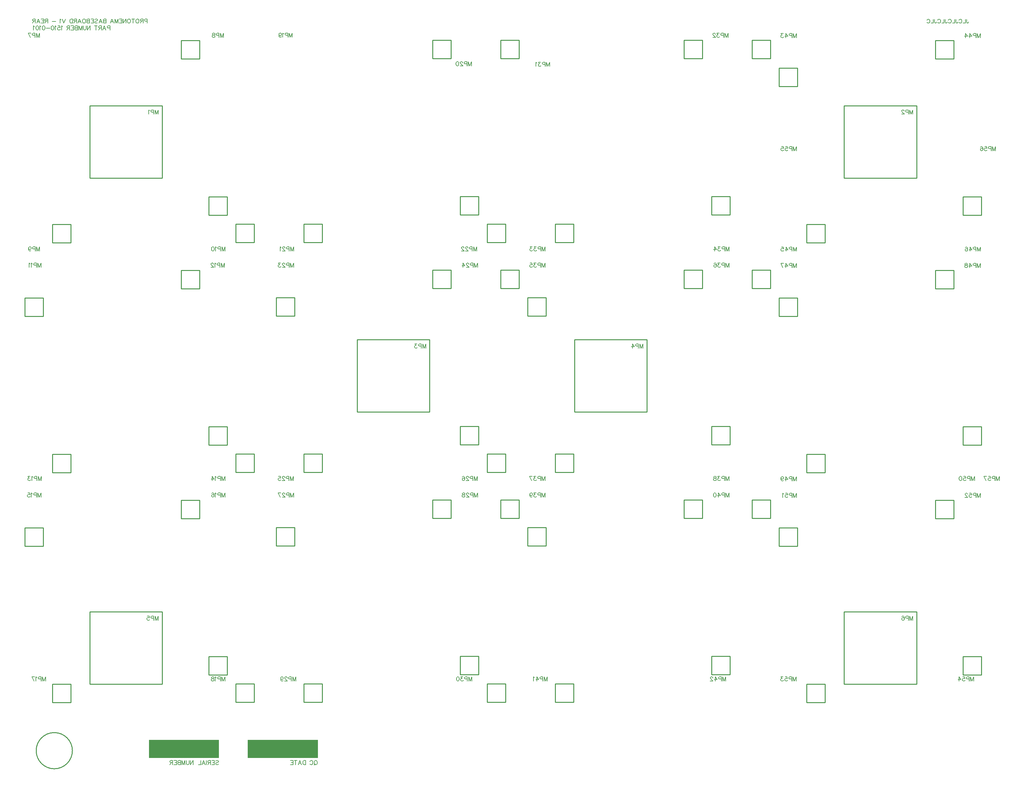
<source format=gbo>
G04 Layer: BottomSilkscreenLayer*
G04 EasyEDA v6.5.15, 2022-10-06 20:43:05*
G04 d80ca3a9b8d842dca4fe4369d2386359,5a6b42c53f6a479593ecc07194224c93,10*
G04 Gerber Generator version 0.2*
G04 Scale: 100 percent, Rotated: No, Reflected: No *
G04 Dimensions in millimeters *
G04 leading zeros omitted , absolute positions ,4 integer and 5 decimal *
%FSLAX45Y45*%
%MOMM*%

%ADD10C,0.2032*%
%ADD11C,0.1520*%
%ADD12C,0.1524*%
%ADD13C,0.2540*%

%LPD*%
D10*
X4140200Y21418989D02*
G01*
X4140200Y21304445D01*
X4140200Y21418989D02*
G01*
X4091109Y21418989D01*
X4074746Y21413536D01*
X4069290Y21408082D01*
X4063837Y21397173D01*
X4063837Y21380808D01*
X4069290Y21369898D01*
X4074746Y21364445D01*
X4091109Y21358989D01*
X4140200Y21358989D01*
X4027835Y21418989D02*
G01*
X4027835Y21304445D01*
X4027835Y21418989D02*
G01*
X3978744Y21418989D01*
X3962382Y21413536D01*
X3956928Y21408082D01*
X3951472Y21397173D01*
X3951472Y21386264D01*
X3956928Y21375354D01*
X3962382Y21369898D01*
X3978744Y21364445D01*
X4027835Y21364445D01*
X3989654Y21364445D02*
G01*
X3951472Y21304445D01*
X3882745Y21418989D02*
G01*
X3893654Y21413536D01*
X3904564Y21402626D01*
X3910017Y21391717D01*
X3915473Y21375354D01*
X3915473Y21348082D01*
X3910017Y21331717D01*
X3904564Y21320808D01*
X3893654Y21309898D01*
X3882745Y21304445D01*
X3860927Y21304445D01*
X3850017Y21309898D01*
X3839110Y21320808D01*
X3833655Y21331717D01*
X3828201Y21348082D01*
X3828201Y21375354D01*
X3833655Y21391717D01*
X3839110Y21402626D01*
X3850017Y21413536D01*
X3860927Y21418989D01*
X3882745Y21418989D01*
X3754018Y21418989D02*
G01*
X3754018Y21304445D01*
X3792199Y21418989D02*
G01*
X3715837Y21418989D01*
X3647109Y21418989D02*
G01*
X3658019Y21413536D01*
X3668928Y21402626D01*
X3674381Y21391717D01*
X3679837Y21375354D01*
X3679837Y21348082D01*
X3674381Y21331717D01*
X3668928Y21320808D01*
X3658019Y21309898D01*
X3647109Y21304445D01*
X3625291Y21304445D01*
X3614381Y21309898D01*
X3603472Y21320808D01*
X3598019Y21331717D01*
X3592565Y21348082D01*
X3592565Y21375354D01*
X3598019Y21391717D01*
X3603472Y21402626D01*
X3614381Y21413536D01*
X3625291Y21418989D01*
X3647109Y21418989D01*
X3556563Y21418989D02*
G01*
X3556563Y21304445D01*
X3556563Y21418989D02*
G01*
X3480201Y21304445D01*
X3480201Y21418989D02*
G01*
X3480201Y21304445D01*
X3444201Y21418989D02*
G01*
X3444201Y21304445D01*
X3444201Y21418989D02*
G01*
X3373292Y21418989D01*
X3444201Y21364445D02*
G01*
X3400564Y21364445D01*
X3444201Y21304445D02*
G01*
X3373292Y21304445D01*
X3337293Y21418989D02*
G01*
X3337293Y21304445D01*
X3337293Y21418989D02*
G01*
X3293656Y21304445D01*
X3250018Y21418989D02*
G01*
X3293656Y21304445D01*
X3250018Y21418989D02*
G01*
X3250018Y21304445D01*
X3170384Y21418989D02*
G01*
X3214019Y21304445D01*
X3170384Y21418989D02*
G01*
X3126747Y21304445D01*
X3197656Y21342626D02*
G01*
X3143110Y21342626D01*
X3006747Y21418989D02*
G01*
X3006747Y21304445D01*
X3006747Y21418989D02*
G01*
X2957657Y21418989D01*
X2941292Y21413536D01*
X2935838Y21408082D01*
X2930385Y21397173D01*
X2930385Y21386264D01*
X2935838Y21375354D01*
X2941292Y21369898D01*
X2957657Y21364445D01*
X3006747Y21364445D02*
G01*
X2957657Y21364445D01*
X2941292Y21358989D01*
X2935838Y21353536D01*
X2930385Y21342626D01*
X2930385Y21326264D01*
X2935838Y21315354D01*
X2941292Y21309898D01*
X2957657Y21304445D01*
X3006747Y21304445D01*
X2850748Y21418989D02*
G01*
X2894383Y21304445D01*
X2850748Y21418989D02*
G01*
X2807111Y21304445D01*
X2878020Y21342626D02*
G01*
X2823474Y21342626D01*
X2694749Y21402626D02*
G01*
X2705656Y21413536D01*
X2722021Y21418989D01*
X2743840Y21418989D01*
X2760202Y21413536D01*
X2771112Y21402626D01*
X2771112Y21391717D01*
X2765656Y21380808D01*
X2760202Y21375354D01*
X2749293Y21369898D01*
X2716565Y21358989D01*
X2705656Y21353536D01*
X2700202Y21348082D01*
X2694749Y21337173D01*
X2694749Y21320808D01*
X2705656Y21309898D01*
X2722021Y21304445D01*
X2743840Y21304445D01*
X2760202Y21309898D01*
X2771112Y21320808D01*
X2658747Y21418989D02*
G01*
X2658747Y21304445D01*
X2658747Y21418989D02*
G01*
X2587838Y21418989D01*
X2658747Y21364445D02*
G01*
X2615112Y21364445D01*
X2658747Y21304445D02*
G01*
X2587838Y21304445D01*
X2551838Y21418989D02*
G01*
X2551838Y21304445D01*
X2551838Y21418989D02*
G01*
X2502748Y21418989D01*
X2486385Y21413536D01*
X2480929Y21408082D01*
X2475476Y21397173D01*
X2475476Y21386264D01*
X2480929Y21375354D01*
X2486385Y21369898D01*
X2502748Y21364445D01*
X2551838Y21364445D02*
G01*
X2502748Y21364445D01*
X2486385Y21358989D01*
X2480929Y21353536D01*
X2475476Y21342626D01*
X2475476Y21326264D01*
X2480929Y21315354D01*
X2486385Y21309898D01*
X2502748Y21304445D01*
X2551838Y21304445D01*
X2406749Y21418989D02*
G01*
X2417658Y21413536D01*
X2428567Y21402626D01*
X2434021Y21391717D01*
X2439476Y21375354D01*
X2439476Y21348082D01*
X2434021Y21331717D01*
X2428567Y21320808D01*
X2417658Y21309898D01*
X2406749Y21304445D01*
X2384930Y21304445D01*
X2374021Y21309898D01*
X2363111Y21320808D01*
X2357658Y21331717D01*
X2352202Y21348082D01*
X2352202Y21375354D01*
X2357658Y21391717D01*
X2363111Y21402626D01*
X2374021Y21413536D01*
X2384930Y21418989D01*
X2406749Y21418989D01*
X2272568Y21418989D02*
G01*
X2316203Y21304445D01*
X2272568Y21418989D02*
G01*
X2228931Y21304445D01*
X2299840Y21342626D02*
G01*
X2245293Y21342626D01*
X2192931Y21418989D02*
G01*
X2192931Y21304445D01*
X2192931Y21418989D02*
G01*
X2143841Y21418989D01*
X2127476Y21413536D01*
X2122022Y21408082D01*
X2116566Y21397173D01*
X2116566Y21386264D01*
X2122022Y21375354D01*
X2127476Y21369898D01*
X2143841Y21364445D01*
X2192931Y21364445D01*
X2154750Y21364445D02*
G01*
X2116566Y21304445D01*
X2080567Y21418989D02*
G01*
X2080567Y21304445D01*
X2080567Y21418989D02*
G01*
X2042386Y21418989D01*
X2026023Y21413536D01*
X2015114Y21402626D01*
X2009658Y21391717D01*
X2004204Y21375354D01*
X2004204Y21348082D01*
X2009658Y21331717D01*
X2015114Y21320808D01*
X2026023Y21309898D01*
X2042386Y21304445D01*
X2080567Y21304445D01*
X1884205Y21418989D02*
G01*
X1840567Y21304445D01*
X1796933Y21418989D02*
G01*
X1840567Y21304445D01*
X1760931Y21397173D02*
G01*
X1750021Y21402626D01*
X1733659Y21418989D01*
X1733659Y21304445D01*
X1613659Y21353536D02*
G01*
X1515478Y21353536D01*
X1395478Y21418989D02*
G01*
X1395478Y21304445D01*
X1395478Y21418989D02*
G01*
X1346387Y21418989D01*
X1330022Y21413536D01*
X1324569Y21408082D01*
X1319115Y21397173D01*
X1319115Y21386264D01*
X1324569Y21375354D01*
X1330022Y21369898D01*
X1346387Y21364445D01*
X1395478Y21364445D01*
X1357297Y21364445D02*
G01*
X1319115Y21304445D01*
X1283114Y21418989D02*
G01*
X1283114Y21304445D01*
X1283114Y21418989D02*
G01*
X1212204Y21418989D01*
X1283114Y21364445D02*
G01*
X1239479Y21364445D01*
X1283114Y21304445D02*
G01*
X1212204Y21304445D01*
X1132570Y21418989D02*
G01*
X1176205Y21304445D01*
X1132570Y21418989D02*
G01*
X1088933Y21304445D01*
X1159842Y21342626D02*
G01*
X1105296Y21342626D01*
X1052934Y21418989D02*
G01*
X1052934Y21304445D01*
X1052934Y21418989D02*
G01*
X1003843Y21418989D01*
X987478Y21413536D01*
X982024Y21408082D01*
X976569Y21397173D01*
X976569Y21386264D01*
X982024Y21375354D01*
X987478Y21369898D01*
X1003843Y21364445D01*
X1052934Y21364445D01*
X1014752Y21364445D02*
G01*
X976569Y21304445D01*
X3111500Y21228558D02*
G01*
X3111500Y21114004D01*
X3111500Y21228558D02*
G01*
X3062477Y21228558D01*
X3045968Y21222970D01*
X3040634Y21217636D01*
X3035045Y21206713D01*
X3035045Y21190204D01*
X3040634Y21179281D01*
X3045968Y21173948D01*
X3062477Y21168613D01*
X3111500Y21168613D01*
X2955543Y21228558D02*
G01*
X2999231Y21114004D01*
X2955543Y21228558D02*
G01*
X2911856Y21114004D01*
X2982722Y21152104D02*
G01*
X2928111Y21152104D01*
X2875788Y21228558D02*
G01*
X2875788Y21114004D01*
X2875788Y21228558D02*
G01*
X2826765Y21228558D01*
X2810509Y21222970D01*
X2804922Y21217636D01*
X2799588Y21206713D01*
X2799588Y21195792D01*
X2804922Y21184870D01*
X2810509Y21179281D01*
X2826765Y21173948D01*
X2875788Y21173948D01*
X2837688Y21173948D02*
G01*
X2799588Y21114004D01*
X2725420Y21228558D02*
G01*
X2725420Y21114004D01*
X2763520Y21228558D02*
G01*
X2687065Y21228558D01*
X2567177Y21228558D02*
G01*
X2567177Y21114004D01*
X2567177Y21228558D02*
G01*
X2490724Y21114004D01*
X2490724Y21228558D02*
G01*
X2490724Y21114004D01*
X2454656Y21228558D02*
G01*
X2454656Y21146770D01*
X2449322Y21130260D01*
X2438400Y21119337D01*
X2422143Y21114004D01*
X2411222Y21114004D01*
X2394711Y21119337D01*
X2383790Y21130260D01*
X2378456Y21146770D01*
X2378456Y21228558D01*
X2342388Y21228558D02*
G01*
X2342388Y21114004D01*
X2342388Y21228558D02*
G01*
X2298700Y21114004D01*
X2255011Y21228558D02*
G01*
X2298700Y21114004D01*
X2255011Y21228558D02*
G01*
X2255011Y21114004D01*
X2219197Y21228558D02*
G01*
X2219197Y21114004D01*
X2219197Y21228558D02*
G01*
X2169922Y21228558D01*
X2153665Y21222970D01*
X2148331Y21217636D01*
X2142743Y21206713D01*
X2142743Y21195792D01*
X2148331Y21184870D01*
X2153665Y21179281D01*
X2169922Y21173948D01*
X2219197Y21173948D02*
G01*
X2169922Y21173948D01*
X2153665Y21168613D01*
X2148331Y21163026D01*
X2142743Y21152104D01*
X2142743Y21135848D01*
X2148331Y21124926D01*
X2153665Y21119337D01*
X2169922Y21114004D01*
X2219197Y21114004D01*
X2106675Y21228558D02*
G01*
X2106675Y21114004D01*
X2106675Y21228558D02*
G01*
X2035809Y21228558D01*
X2106675Y21173948D02*
G01*
X2063241Y21173948D01*
X2106675Y21114004D02*
G01*
X2035809Y21114004D01*
X1999741Y21228558D02*
G01*
X1999741Y21114004D01*
X1999741Y21228558D02*
G01*
X1950720Y21228558D01*
X1934463Y21222970D01*
X1928875Y21217636D01*
X1923541Y21206713D01*
X1923541Y21195792D01*
X1928875Y21184870D01*
X1934463Y21179281D01*
X1950720Y21173948D01*
X1999741Y21173948D01*
X1961641Y21173948D02*
G01*
X1923541Y21114004D01*
X1803400Y21206713D02*
G01*
X1792477Y21212048D01*
X1776222Y21228558D01*
X1776222Y21114004D01*
X1674875Y21228558D02*
G01*
X1729231Y21228558D01*
X1734820Y21179281D01*
X1729231Y21184870D01*
X1712975Y21190204D01*
X1696720Y21190204D01*
X1680209Y21184870D01*
X1669288Y21173948D01*
X1663954Y21157692D01*
X1663954Y21146770D01*
X1669288Y21130260D01*
X1680209Y21119337D01*
X1696720Y21114004D01*
X1712975Y21114004D01*
X1729231Y21119337D01*
X1734820Y21124926D01*
X1740154Y21135848D01*
X1627886Y21206713D02*
G01*
X1616963Y21212048D01*
X1600708Y21228558D01*
X1600708Y21114004D01*
X1531874Y21228558D02*
G01*
X1548129Y21222970D01*
X1559052Y21206713D01*
X1564640Y21179281D01*
X1564640Y21163026D01*
X1559052Y21135848D01*
X1548129Y21119337D01*
X1531874Y21114004D01*
X1520952Y21114004D01*
X1504695Y21119337D01*
X1493774Y21135848D01*
X1488186Y21163026D01*
X1488186Y21179281D01*
X1493774Y21206713D01*
X1504695Y21222970D01*
X1520952Y21228558D01*
X1531874Y21228558D01*
X1452118Y21163026D02*
G01*
X1354074Y21163026D01*
X1285240Y21228558D02*
G01*
X1301750Y21222970D01*
X1312672Y21206713D01*
X1318006Y21179281D01*
X1318006Y21163026D01*
X1312672Y21135848D01*
X1301750Y21119337D01*
X1285240Y21114004D01*
X1274318Y21114004D01*
X1258061Y21119337D01*
X1247140Y21135848D01*
X1241806Y21163026D01*
X1241806Y21179281D01*
X1247140Y21206713D01*
X1258061Y21222970D01*
X1274318Y21228558D01*
X1285240Y21228558D01*
X1205738Y21206713D02*
G01*
X1194815Y21212048D01*
X1178306Y21228558D01*
X1178306Y21114004D01*
X1109725Y21228558D02*
G01*
X1125981Y21222970D01*
X1136904Y21206713D01*
X1142491Y21179281D01*
X1142491Y21163026D01*
X1136904Y21135848D01*
X1125981Y21119337D01*
X1109725Y21114004D01*
X1098804Y21114004D01*
X1082293Y21119337D01*
X1071625Y21135848D01*
X1066038Y21163026D01*
X1066038Y21179281D01*
X1071625Y21206713D01*
X1082293Y21222970D01*
X1098804Y21228558D01*
X1109725Y21228558D01*
X1029970Y21206713D02*
G01*
X1019047Y21212048D01*
X1002791Y21228558D01*
X1002791Y21114004D01*
D11*
X26770439Y21413228D02*
G01*
X26770439Y21330102D01*
X26775636Y21314514D01*
X26780830Y21309319D01*
X26791221Y21304125D01*
X26801612Y21304125D01*
X26812003Y21309319D01*
X26817200Y21314514D01*
X26822394Y21330102D01*
X26822394Y21340493D01*
X26736149Y21413228D02*
G01*
X26736149Y21304125D01*
X26736149Y21304125D02*
G01*
X26673804Y21304125D01*
X26561582Y21387252D02*
G01*
X26566779Y21397643D01*
X26577170Y21408034D01*
X26587559Y21413228D01*
X26608341Y21413228D01*
X26618732Y21408034D01*
X26629123Y21397643D01*
X26634320Y21387252D01*
X26639514Y21371664D01*
X26639514Y21345687D01*
X26634320Y21330102D01*
X26629123Y21319710D01*
X26618732Y21309319D01*
X26608341Y21304125D01*
X26587559Y21304125D01*
X26577170Y21309319D01*
X26566779Y21319710D01*
X26561582Y21330102D01*
X26475339Y21413228D02*
G01*
X26475339Y21330102D01*
X26480533Y21314514D01*
X26485730Y21309319D01*
X26496119Y21304125D01*
X26506510Y21304125D01*
X26516901Y21309319D01*
X26522098Y21314514D01*
X26527292Y21330102D01*
X26527292Y21340493D01*
X26441049Y21413228D02*
G01*
X26441049Y21304125D01*
X26441049Y21304125D02*
G01*
X26378702Y21304125D01*
X26266480Y21387252D02*
G01*
X26271677Y21397643D01*
X26282068Y21408034D01*
X26292459Y21413228D01*
X26313239Y21413228D01*
X26323630Y21408034D01*
X26334021Y21397643D01*
X26339218Y21387252D01*
X26344412Y21371664D01*
X26344412Y21345687D01*
X26339218Y21330102D01*
X26334021Y21319710D01*
X26323630Y21309319D01*
X26313239Y21304125D01*
X26292459Y21304125D01*
X26282068Y21309319D01*
X26271677Y21319710D01*
X26266480Y21330102D01*
X26180237Y21413228D02*
G01*
X26180237Y21330102D01*
X26185431Y21314514D01*
X26190628Y21309319D01*
X26201019Y21304125D01*
X26211410Y21304125D01*
X26221799Y21309319D01*
X26226996Y21314514D01*
X26232190Y21330102D01*
X26232190Y21340493D01*
X26145947Y21413228D02*
G01*
X26145947Y21304125D01*
X26145947Y21304125D02*
G01*
X26083600Y21304125D01*
X25971380Y21387252D02*
G01*
X25976574Y21397643D01*
X25986966Y21408034D01*
X25997357Y21413228D01*
X26018139Y21413228D01*
X26028530Y21408034D01*
X26038919Y21397643D01*
X26044116Y21387252D01*
X26049310Y21371664D01*
X26049310Y21345687D01*
X26044116Y21330102D01*
X26038919Y21319710D01*
X26028530Y21309319D01*
X26018139Y21304125D01*
X25997357Y21304125D01*
X25986966Y21309319D01*
X25976574Y21319710D01*
X25971380Y21330102D01*
X25885134Y21413228D02*
G01*
X25885134Y21330102D01*
X25890329Y21314514D01*
X25895526Y21309319D01*
X25905917Y21304125D01*
X25916308Y21304125D01*
X25926699Y21309319D01*
X25931893Y21314514D01*
X25937090Y21330102D01*
X25937090Y21340493D01*
X25850844Y21413228D02*
G01*
X25850844Y21304125D01*
X25850844Y21304125D02*
G01*
X25788500Y21304125D01*
X25676278Y21387252D02*
G01*
X25681472Y21397643D01*
X25691863Y21408034D01*
X25702254Y21413228D01*
X25723037Y21413228D01*
X25733428Y21408034D01*
X25743819Y21397643D01*
X25749013Y21387252D01*
X25754210Y21371664D01*
X25754210Y21345687D01*
X25749013Y21330102D01*
X25743819Y21319710D01*
X25733428Y21309319D01*
X25723037Y21304125D01*
X25702254Y21304125D01*
X25691863Y21309319D01*
X25681472Y21319710D01*
X25676278Y21330102D01*
D10*
X4443425Y18907589D02*
G01*
X4443425Y18793045D01*
X4443425Y18907589D02*
G01*
X4399788Y18793045D01*
X4356153Y18907589D02*
G01*
X4399788Y18793045D01*
X4356153Y18907589D02*
G01*
X4356153Y18793045D01*
X4320153Y18907589D02*
G01*
X4320153Y18793045D01*
X4320153Y18907589D02*
G01*
X4271060Y18907589D01*
X4254698Y18902136D01*
X4249244Y18896683D01*
X4243788Y18885773D01*
X4243788Y18869408D01*
X4249244Y18858499D01*
X4254698Y18853045D01*
X4271060Y18847589D01*
X4320153Y18847589D01*
X4207789Y18885773D02*
G01*
X4196880Y18891227D01*
X4180517Y18907589D01*
X4180517Y18793045D01*
X25284125Y18907589D02*
G01*
X25284125Y18793045D01*
X25284125Y18907589D02*
G01*
X25240488Y18793045D01*
X25196853Y18907589D02*
G01*
X25240488Y18793045D01*
X25196853Y18907589D02*
G01*
X25196853Y18793045D01*
X25160853Y18907589D02*
G01*
X25160853Y18793045D01*
X25160853Y18907589D02*
G01*
X25111760Y18907589D01*
X25095398Y18902136D01*
X25089944Y18896683D01*
X25084488Y18885773D01*
X25084488Y18869408D01*
X25089944Y18858499D01*
X25095398Y18853045D01*
X25111760Y18847589D01*
X25160853Y18847589D01*
X25043036Y18880317D02*
G01*
X25043036Y18885773D01*
X25037580Y18896683D01*
X25032125Y18902136D01*
X25021217Y18907589D01*
X24999398Y18907589D01*
X24988489Y18902136D01*
X24983036Y18896683D01*
X24977580Y18885773D01*
X24977580Y18874864D01*
X24983036Y18863955D01*
X24993942Y18847589D01*
X25048489Y18793045D01*
X24972125Y18793045D01*
X4443425Y4924889D02*
G01*
X4443425Y4810345D01*
X4443425Y4924889D02*
G01*
X4399788Y4810345D01*
X4356153Y4924889D02*
G01*
X4399788Y4810345D01*
X4356153Y4924889D02*
G01*
X4356153Y4810345D01*
X4320153Y4924889D02*
G01*
X4320153Y4810345D01*
X4320153Y4924889D02*
G01*
X4271060Y4924889D01*
X4254698Y4919436D01*
X4249244Y4913983D01*
X4243788Y4903073D01*
X4243788Y4886708D01*
X4249244Y4875799D01*
X4254698Y4870345D01*
X4271060Y4864889D01*
X4320153Y4864889D01*
X4142336Y4924889D02*
G01*
X4196880Y4924889D01*
X4202336Y4875799D01*
X4196880Y4881255D01*
X4180517Y4886708D01*
X4164152Y4886708D01*
X4147789Y4881255D01*
X4136880Y4870345D01*
X4131425Y4853983D01*
X4131425Y4843073D01*
X4136880Y4826708D01*
X4147789Y4815800D01*
X4164152Y4810345D01*
X4180517Y4810345D01*
X4196880Y4815800D01*
X4202336Y4821255D01*
X4207789Y4832164D01*
X25284125Y4924889D02*
G01*
X25284125Y4810345D01*
X25284125Y4924889D02*
G01*
X25240488Y4810345D01*
X25196853Y4924889D02*
G01*
X25240488Y4810345D01*
X25196853Y4924889D02*
G01*
X25196853Y4810345D01*
X25160853Y4924889D02*
G01*
X25160853Y4810345D01*
X25160853Y4924889D02*
G01*
X25111760Y4924889D01*
X25095398Y4919436D01*
X25089944Y4913983D01*
X25084488Y4903073D01*
X25084488Y4886708D01*
X25089944Y4875799D01*
X25095398Y4870345D01*
X25111760Y4864889D01*
X25160853Y4864889D01*
X24983036Y4908527D02*
G01*
X24988489Y4919436D01*
X25004852Y4924889D01*
X25015761Y4924889D01*
X25032125Y4919436D01*
X25043036Y4903073D01*
X25048489Y4875799D01*
X25048489Y4848527D01*
X25043036Y4826708D01*
X25032125Y4815800D01*
X25015761Y4810345D01*
X25010308Y4810345D01*
X24993942Y4815800D01*
X24983036Y4826708D01*
X24977580Y4843073D01*
X24977580Y4848527D01*
X24983036Y4864889D01*
X24993942Y4875799D01*
X25010308Y4881255D01*
X25015761Y4881255D01*
X25032125Y4875799D01*
X25043036Y4864889D01*
X25048489Y4848527D01*
X1168400Y21025289D02*
G01*
X1168400Y20910745D01*
X1168400Y21025289D02*
G01*
X1124762Y20910745D01*
X1081128Y21025289D02*
G01*
X1124762Y20910745D01*
X1081128Y21025289D02*
G01*
X1081128Y20910745D01*
X1045128Y21025289D02*
G01*
X1045128Y20910745D01*
X1045128Y21025289D02*
G01*
X996035Y21025289D01*
X979672Y21019836D01*
X974219Y21014382D01*
X968763Y21003473D01*
X968763Y20987108D01*
X974219Y20976199D01*
X979672Y20970745D01*
X996035Y20965289D01*
X1045128Y20965289D01*
X856400Y21025289D02*
G01*
X910945Y20910745D01*
X932764Y21025289D02*
G01*
X856400Y21025289D01*
X6248400Y21025289D02*
G01*
X6248400Y20910745D01*
X6248400Y21025289D02*
G01*
X6204762Y20910745D01*
X6161128Y21025289D02*
G01*
X6204762Y20910745D01*
X6161128Y21025289D02*
G01*
X6161128Y20910745D01*
X6125128Y21025289D02*
G01*
X6125128Y20910745D01*
X6125128Y21025289D02*
G01*
X6076035Y21025289D01*
X6059672Y21019836D01*
X6054219Y21014382D01*
X6048763Y21003473D01*
X6048763Y20987108D01*
X6054219Y20976199D01*
X6059672Y20970745D01*
X6076035Y20965289D01*
X6125128Y20965289D01*
X5985492Y21025289D02*
G01*
X6001854Y21019836D01*
X6007310Y21008926D01*
X6007310Y20998017D01*
X6001854Y20987108D01*
X5990945Y20981654D01*
X5969127Y20976199D01*
X5952764Y20970745D01*
X5941855Y20959836D01*
X5936400Y20948926D01*
X5936400Y20932564D01*
X5941855Y20921654D01*
X5947310Y20916199D01*
X5963673Y20910745D01*
X5985492Y20910745D01*
X6001854Y20916199D01*
X6007310Y20921654D01*
X6012764Y20932564D01*
X6012764Y20948926D01*
X6007310Y20959836D01*
X5996400Y20970745D01*
X5980036Y20976199D01*
X5958217Y20981654D01*
X5947310Y20987108D01*
X5941855Y20998017D01*
X5941855Y21008926D01*
X5947310Y21019836D01*
X5963673Y21025289D01*
X5985492Y21025289D01*
X1172108Y15124894D02*
G01*
X1172108Y15010350D01*
X1172108Y15124894D02*
G01*
X1128471Y15010350D01*
X1084836Y15124894D02*
G01*
X1128471Y15010350D01*
X1084836Y15124894D02*
G01*
X1084836Y15010350D01*
X1048837Y15124894D02*
G01*
X1048837Y15010350D01*
X1048837Y15124894D02*
G01*
X999743Y15124894D01*
X983381Y15119441D01*
X977927Y15113988D01*
X972472Y15103078D01*
X972472Y15086713D01*
X977927Y15075804D01*
X983381Y15070350D01*
X999743Y15064894D01*
X1048837Y15064894D01*
X865563Y15086713D02*
G01*
X871019Y15070350D01*
X881926Y15059441D01*
X898291Y15053988D01*
X903744Y15053988D01*
X920109Y15059441D01*
X931019Y15070350D01*
X936472Y15086713D01*
X936472Y15092169D01*
X931019Y15108532D01*
X920109Y15119441D01*
X903744Y15124894D01*
X898291Y15124894D01*
X881926Y15119441D01*
X871019Y15108532D01*
X865563Y15086713D01*
X865563Y15059441D01*
X871019Y15032169D01*
X881926Y15015804D01*
X898291Y15010350D01*
X909200Y15010350D01*
X925563Y15015804D01*
X931019Y15026713D01*
X6290208Y15124894D02*
G01*
X6290208Y15010350D01*
X6290208Y15124894D02*
G01*
X6246571Y15010350D01*
X6202936Y15124894D02*
G01*
X6246571Y15010350D01*
X6202936Y15124894D02*
G01*
X6202936Y15010350D01*
X6166937Y15124894D02*
G01*
X6166937Y15010350D01*
X6166937Y15124894D02*
G01*
X6117843Y15124894D01*
X6101481Y15119441D01*
X6096027Y15113988D01*
X6090572Y15103078D01*
X6090572Y15086713D01*
X6096027Y15075804D01*
X6101481Y15070350D01*
X6117843Y15064894D01*
X6166937Y15064894D01*
X6054572Y15103078D02*
G01*
X6043663Y15108532D01*
X6027300Y15124894D01*
X6027300Y15010350D01*
X5958573Y15124894D02*
G01*
X5974935Y15119441D01*
X5985845Y15103078D01*
X5991298Y15075804D01*
X5991298Y15059441D01*
X5985845Y15032169D01*
X5974935Y15015804D01*
X5958573Y15010350D01*
X5947663Y15010350D01*
X5931298Y15015804D01*
X5920392Y15032169D01*
X5914936Y15059441D01*
X5914936Y15075804D01*
X5920392Y15103078D01*
X5931298Y15119441D01*
X5947663Y15124894D01*
X5958573Y15124894D01*
X1206500Y14675289D02*
G01*
X1206500Y14560745D01*
X1206500Y14675289D02*
G01*
X1162862Y14560745D01*
X1119228Y14675289D02*
G01*
X1162862Y14560745D01*
X1119228Y14675289D02*
G01*
X1119228Y14560745D01*
X1083228Y14675289D02*
G01*
X1083228Y14560745D01*
X1083228Y14675289D02*
G01*
X1034135Y14675289D01*
X1017772Y14669836D01*
X1012319Y14664382D01*
X1006863Y14653473D01*
X1006863Y14637108D01*
X1012319Y14626199D01*
X1017772Y14620745D01*
X1034135Y14615289D01*
X1083228Y14615289D01*
X970864Y14653473D02*
G01*
X959954Y14658926D01*
X943592Y14675289D01*
X943592Y14560745D01*
X907590Y14653473D02*
G01*
X896683Y14658926D01*
X880318Y14675289D01*
X880318Y14560745D01*
X6273800Y14675289D02*
G01*
X6273800Y14560745D01*
X6273800Y14675289D02*
G01*
X6230162Y14560745D01*
X6186528Y14675289D02*
G01*
X6230162Y14560745D01*
X6186528Y14675289D02*
G01*
X6186528Y14560745D01*
X6150528Y14675289D02*
G01*
X6150528Y14560745D01*
X6150528Y14675289D02*
G01*
X6101435Y14675289D01*
X6085072Y14669836D01*
X6079619Y14664382D01*
X6074163Y14653473D01*
X6074163Y14637108D01*
X6079619Y14626199D01*
X6085072Y14620745D01*
X6101435Y14615289D01*
X6150528Y14615289D01*
X6038164Y14653473D02*
G01*
X6027254Y14658926D01*
X6010892Y14675289D01*
X6010892Y14560745D01*
X5969436Y14648017D02*
G01*
X5969436Y14653473D01*
X5963983Y14664382D01*
X5958527Y14669836D01*
X5947618Y14675289D01*
X5925800Y14675289D01*
X5914890Y14669836D01*
X5909436Y14664382D01*
X5903983Y14653473D01*
X5903983Y14642564D01*
X5909436Y14631654D01*
X5920346Y14615289D01*
X5974890Y14560745D01*
X5898527Y14560745D01*
X1219200Y8782489D02*
G01*
X1219200Y8667945D01*
X1219200Y8782489D02*
G01*
X1175562Y8667945D01*
X1131928Y8782489D02*
G01*
X1175562Y8667945D01*
X1131928Y8782489D02*
G01*
X1131928Y8667945D01*
X1095928Y8782489D02*
G01*
X1095928Y8667945D01*
X1095928Y8782489D02*
G01*
X1046835Y8782489D01*
X1030472Y8777036D01*
X1025019Y8771582D01*
X1019563Y8760673D01*
X1019563Y8744308D01*
X1025019Y8733398D01*
X1030472Y8727945D01*
X1046835Y8722489D01*
X1095928Y8722489D01*
X983564Y8760673D02*
G01*
X972654Y8766126D01*
X956292Y8782489D01*
X956292Y8667945D01*
X909383Y8782489D02*
G01*
X849383Y8782489D01*
X882108Y8738854D01*
X865746Y8738854D01*
X854836Y8733398D01*
X849383Y8727945D01*
X843927Y8711582D01*
X843927Y8700673D01*
X849383Y8684308D01*
X860290Y8673398D01*
X876655Y8667945D01*
X893018Y8667945D01*
X909383Y8673398D01*
X914836Y8678854D01*
X920290Y8689764D01*
X6286500Y8782489D02*
G01*
X6286500Y8667945D01*
X6286500Y8782489D02*
G01*
X6242862Y8667945D01*
X6199228Y8782489D02*
G01*
X6242862Y8667945D01*
X6199228Y8782489D02*
G01*
X6199228Y8667945D01*
X6163228Y8782489D02*
G01*
X6163228Y8667945D01*
X6163228Y8782489D02*
G01*
X6114135Y8782489D01*
X6097772Y8777036D01*
X6092319Y8771582D01*
X6086863Y8760673D01*
X6086863Y8744308D01*
X6092319Y8733398D01*
X6097772Y8727945D01*
X6114135Y8722489D01*
X6163228Y8722489D01*
X6050864Y8760673D02*
G01*
X6039954Y8766126D01*
X6023592Y8782489D01*
X6023592Y8667945D01*
X5933046Y8782489D02*
G01*
X5987590Y8706126D01*
X5905774Y8706126D01*
X5933046Y8782489D02*
G01*
X5933046Y8667945D01*
X1206500Y8325289D02*
G01*
X1206500Y8210745D01*
X1206500Y8325289D02*
G01*
X1162862Y8210745D01*
X1119228Y8325289D02*
G01*
X1162862Y8210745D01*
X1119228Y8325289D02*
G01*
X1119228Y8210745D01*
X1083228Y8325289D02*
G01*
X1083228Y8210745D01*
X1083228Y8325289D02*
G01*
X1034135Y8325289D01*
X1017772Y8319836D01*
X1012319Y8314382D01*
X1006863Y8303473D01*
X1006863Y8287108D01*
X1012319Y8276199D01*
X1017772Y8270745D01*
X1034135Y8265289D01*
X1083228Y8265289D01*
X970864Y8303473D02*
G01*
X959954Y8308926D01*
X943592Y8325289D01*
X943592Y8210745D01*
X842136Y8325289D02*
G01*
X896683Y8325289D01*
X902136Y8276199D01*
X896683Y8281654D01*
X880318Y8287108D01*
X863955Y8287108D01*
X847590Y8281654D01*
X836683Y8270745D01*
X831227Y8254382D01*
X831227Y8243473D01*
X836683Y8227108D01*
X847590Y8216199D01*
X863955Y8210745D01*
X880318Y8210745D01*
X896683Y8216199D01*
X902136Y8221654D01*
X907590Y8232564D01*
X6286500Y8325289D02*
G01*
X6286500Y8210745D01*
X6286500Y8325289D02*
G01*
X6242862Y8210745D01*
X6199228Y8325289D02*
G01*
X6242862Y8210745D01*
X6199228Y8325289D02*
G01*
X6199228Y8210745D01*
X6163228Y8325289D02*
G01*
X6163228Y8210745D01*
X6163228Y8325289D02*
G01*
X6114135Y8325289D01*
X6097772Y8319836D01*
X6092319Y8314382D01*
X6086863Y8303473D01*
X6086863Y8287108D01*
X6092319Y8276199D01*
X6097772Y8270745D01*
X6114135Y8265289D01*
X6163228Y8265289D01*
X6050864Y8303473D02*
G01*
X6039954Y8308926D01*
X6023592Y8325289D01*
X6023592Y8210745D01*
X5922136Y8308926D02*
G01*
X5927590Y8319836D01*
X5943955Y8325289D01*
X5954864Y8325289D01*
X5971227Y8319836D01*
X5982136Y8303473D01*
X5987590Y8276199D01*
X5987590Y8248926D01*
X5982136Y8227108D01*
X5971227Y8216199D01*
X5954864Y8210745D01*
X5949408Y8210745D01*
X5933046Y8216199D01*
X5922136Y8227108D01*
X5916683Y8243473D01*
X5916683Y8248926D01*
X5922136Y8265289D01*
X5933046Y8276199D01*
X5949408Y8281654D01*
X5954864Y8281654D01*
X5971227Y8276199D01*
X5982136Y8265289D01*
X5987590Y8248926D01*
X1333500Y3245289D02*
G01*
X1333500Y3130745D01*
X1333500Y3245289D02*
G01*
X1289862Y3130745D01*
X1246228Y3245289D02*
G01*
X1289862Y3130745D01*
X1246228Y3245289D02*
G01*
X1246228Y3130745D01*
X1210228Y3245289D02*
G01*
X1210228Y3130745D01*
X1210228Y3245289D02*
G01*
X1161135Y3245289D01*
X1144772Y3239836D01*
X1139319Y3234382D01*
X1133863Y3223473D01*
X1133863Y3207108D01*
X1139319Y3196198D01*
X1144772Y3190745D01*
X1161135Y3185289D01*
X1210228Y3185289D01*
X1097864Y3223473D02*
G01*
X1086954Y3228926D01*
X1070592Y3245289D01*
X1070592Y3130745D01*
X958227Y3245289D02*
G01*
X1012774Y3130745D01*
X1034590Y3245289D02*
G01*
X958227Y3245289D01*
X6286500Y3245289D02*
G01*
X6286500Y3130745D01*
X6286500Y3245289D02*
G01*
X6242862Y3130745D01*
X6199228Y3245289D02*
G01*
X6242862Y3130745D01*
X6199228Y3245289D02*
G01*
X6199228Y3130745D01*
X6163228Y3245289D02*
G01*
X6163228Y3130745D01*
X6163228Y3245289D02*
G01*
X6114135Y3245289D01*
X6097772Y3239836D01*
X6092319Y3234382D01*
X6086863Y3223473D01*
X6086863Y3207108D01*
X6092319Y3196199D01*
X6097772Y3190745D01*
X6114135Y3185289D01*
X6163228Y3185289D01*
X6050864Y3223473D02*
G01*
X6039954Y3228926D01*
X6023592Y3245289D01*
X6023592Y3130745D01*
X5960318Y3245289D02*
G01*
X5976683Y3239836D01*
X5982136Y3228926D01*
X5982136Y3218017D01*
X5976683Y3207108D01*
X5965774Y3201654D01*
X5943955Y3196199D01*
X5927590Y3190745D01*
X5916683Y3179836D01*
X5911227Y3168926D01*
X5911227Y3152564D01*
X5916683Y3141654D01*
X5922136Y3136199D01*
X5938500Y3130745D01*
X5960318Y3130745D01*
X5976683Y3136199D01*
X5982136Y3141654D01*
X5987590Y3152564D01*
X5987590Y3168926D01*
X5982136Y3179836D01*
X5971227Y3190745D01*
X5954864Y3196199D01*
X5933046Y3201654D01*
X5922136Y3207108D01*
X5916683Y3218017D01*
X5916683Y3228926D01*
X5922136Y3239836D01*
X5938500Y3245289D01*
X5960318Y3245289D01*
X8148497Y21030394D02*
G01*
X8148497Y20915850D01*
X8148497Y21030394D02*
G01*
X8104860Y20915850D01*
X8061225Y21030394D02*
G01*
X8104860Y20915850D01*
X8061225Y21030394D02*
G01*
X8061225Y20915850D01*
X8025226Y21030394D02*
G01*
X8025226Y20915850D01*
X8025226Y21030394D02*
G01*
X7976133Y21030394D01*
X7959770Y21024941D01*
X7954317Y21019488D01*
X7948861Y21008578D01*
X7948861Y20992213D01*
X7954317Y20981305D01*
X7959770Y20975850D01*
X7976133Y20970394D01*
X8025226Y20970394D01*
X7912861Y21008578D02*
G01*
X7901952Y21014032D01*
X7885590Y21030394D01*
X7885590Y20915850D01*
X7778681Y20992213D02*
G01*
X7784134Y20975850D01*
X7795044Y20964941D01*
X7811406Y20959488D01*
X7816862Y20959488D01*
X7833225Y20964941D01*
X7844134Y20975850D01*
X7849588Y20992213D01*
X7849588Y20997669D01*
X7844134Y21014032D01*
X7833225Y21024941D01*
X7816862Y21030394D01*
X7811406Y21030394D01*
X7795044Y21024941D01*
X7784134Y21014032D01*
X7778681Y20992213D01*
X7778681Y20964941D01*
X7784134Y20937669D01*
X7795044Y20921305D01*
X7811406Y20915850D01*
X7822316Y20915850D01*
X7838681Y20921305D01*
X7844134Y20932213D01*
X13093700Y20237889D02*
G01*
X13093700Y20123345D01*
X13093700Y20237889D02*
G01*
X13050062Y20123345D01*
X13006428Y20237889D02*
G01*
X13050062Y20123345D01*
X13006428Y20237889D02*
G01*
X13006428Y20123345D01*
X12970428Y20237889D02*
G01*
X12970428Y20123345D01*
X12970428Y20237889D02*
G01*
X12921335Y20237889D01*
X12904972Y20232436D01*
X12899519Y20226982D01*
X12894063Y20216073D01*
X12894063Y20199708D01*
X12899519Y20188798D01*
X12904972Y20183345D01*
X12921335Y20177889D01*
X12970428Y20177889D01*
X12852610Y20210617D02*
G01*
X12852610Y20216073D01*
X12847154Y20226982D01*
X12841701Y20232436D01*
X12830792Y20237889D01*
X12808973Y20237889D01*
X12798064Y20232436D01*
X12792610Y20226982D01*
X12787155Y20216073D01*
X12787155Y20205164D01*
X12792610Y20194254D01*
X12803517Y20177889D01*
X12858064Y20123345D01*
X12781701Y20123345D01*
X12712974Y20237889D02*
G01*
X12729336Y20232436D01*
X12740246Y20216073D01*
X12745699Y20188798D01*
X12745699Y20172436D01*
X12740246Y20145164D01*
X12729336Y20128798D01*
X12712974Y20123345D01*
X12702065Y20123345D01*
X12685699Y20128798D01*
X12674790Y20145164D01*
X12669337Y20172436D01*
X12669337Y20188798D01*
X12674790Y20216073D01*
X12685699Y20232436D01*
X12702065Y20237889D01*
X12712974Y20237889D01*
X8186597Y15124894D02*
G01*
X8186597Y15010350D01*
X8186597Y15124894D02*
G01*
X8142960Y15010350D01*
X8099325Y15124894D02*
G01*
X8142960Y15010350D01*
X8099325Y15124894D02*
G01*
X8099325Y15010350D01*
X8063326Y15124894D02*
G01*
X8063326Y15010350D01*
X8063326Y15124894D02*
G01*
X8014233Y15124894D01*
X7997870Y15119441D01*
X7992417Y15113988D01*
X7986961Y15103078D01*
X7986961Y15086713D01*
X7992417Y15075804D01*
X7997870Y15070350D01*
X8014233Y15064894D01*
X8063326Y15064894D01*
X7945508Y15097622D02*
G01*
X7945508Y15103078D01*
X7940052Y15113988D01*
X7934599Y15119441D01*
X7923690Y15124894D01*
X7901871Y15124894D01*
X7890962Y15119441D01*
X7885508Y15113988D01*
X7880052Y15103078D01*
X7880052Y15092169D01*
X7885508Y15081260D01*
X7896415Y15064894D01*
X7950961Y15010350D01*
X7874599Y15010350D01*
X7838597Y15103078D02*
G01*
X7827688Y15108532D01*
X7811325Y15124894D01*
X7811325Y15010350D01*
X13241197Y15124894D02*
G01*
X13241197Y15010350D01*
X13241197Y15124894D02*
G01*
X13197560Y15010350D01*
X13153925Y15124894D02*
G01*
X13197560Y15010350D01*
X13153925Y15124894D02*
G01*
X13153925Y15010350D01*
X13117926Y15124894D02*
G01*
X13117926Y15010350D01*
X13117926Y15124894D02*
G01*
X13068833Y15124894D01*
X13052470Y15119441D01*
X13047017Y15113988D01*
X13041561Y15103078D01*
X13041561Y15086713D01*
X13047017Y15075804D01*
X13052470Y15070350D01*
X13068833Y15064894D01*
X13117926Y15064894D01*
X13000108Y15097622D02*
G01*
X13000108Y15103078D01*
X12994652Y15113988D01*
X12989199Y15119441D01*
X12978290Y15124894D01*
X12956471Y15124894D01*
X12945562Y15119441D01*
X12940108Y15113988D01*
X12934652Y15103078D01*
X12934652Y15092169D01*
X12940108Y15081260D01*
X12951015Y15064894D01*
X13005561Y15010350D01*
X12929199Y15010350D01*
X12887744Y15097622D02*
G01*
X12887744Y15103078D01*
X12882288Y15113988D01*
X12876834Y15119441D01*
X12865925Y15124894D01*
X12844106Y15124894D01*
X12833197Y15119441D01*
X12827744Y15113988D01*
X12822288Y15103078D01*
X12822288Y15092169D01*
X12827744Y15081260D01*
X12838653Y15064894D01*
X12893197Y15010350D01*
X12816834Y15010350D01*
X8182889Y14675289D02*
G01*
X8182889Y14560745D01*
X8182889Y14675289D02*
G01*
X8139252Y14560745D01*
X8095617Y14675289D02*
G01*
X8139252Y14560745D01*
X8095617Y14675289D02*
G01*
X8095617Y14560745D01*
X8059618Y14675289D02*
G01*
X8059618Y14560745D01*
X8059618Y14675289D02*
G01*
X8010525Y14675289D01*
X7994162Y14669836D01*
X7988708Y14664382D01*
X7983253Y14653473D01*
X7983253Y14637108D01*
X7988708Y14626199D01*
X7994162Y14620745D01*
X8010525Y14615289D01*
X8059618Y14615289D01*
X7941800Y14648017D02*
G01*
X7941800Y14653473D01*
X7936344Y14664382D01*
X7930889Y14669836D01*
X7919981Y14675289D01*
X7898163Y14675289D01*
X7887253Y14669836D01*
X7881800Y14664382D01*
X7876344Y14653473D01*
X7876344Y14642564D01*
X7881800Y14631654D01*
X7892707Y14615289D01*
X7947253Y14560745D01*
X7870890Y14560745D01*
X7823979Y14675289D02*
G01*
X7763979Y14675289D01*
X7796707Y14631654D01*
X7780345Y14631654D01*
X7769435Y14626199D01*
X7763979Y14620745D01*
X7758526Y14604382D01*
X7758526Y14593473D01*
X7763979Y14577108D01*
X7774889Y14566199D01*
X7791254Y14560745D01*
X7807617Y14560745D01*
X7823979Y14566199D01*
X7829435Y14571654D01*
X7834890Y14582564D01*
X13262889Y14675289D02*
G01*
X13262889Y14560745D01*
X13262889Y14675289D02*
G01*
X13219252Y14560745D01*
X13175617Y14675289D02*
G01*
X13219252Y14560745D01*
X13175617Y14675289D02*
G01*
X13175617Y14560745D01*
X13139618Y14675289D02*
G01*
X13139618Y14560745D01*
X13139618Y14675289D02*
G01*
X13090525Y14675289D01*
X13074162Y14669836D01*
X13068708Y14664382D01*
X13063253Y14653473D01*
X13063253Y14637108D01*
X13068708Y14626199D01*
X13074162Y14620745D01*
X13090525Y14615289D01*
X13139618Y14615289D01*
X13021800Y14648017D02*
G01*
X13021800Y14653473D01*
X13016344Y14664382D01*
X13010889Y14669836D01*
X12999981Y14675289D01*
X12978163Y14675289D01*
X12967253Y14669836D01*
X12961800Y14664382D01*
X12956344Y14653473D01*
X12956344Y14642564D01*
X12961800Y14631654D01*
X12972707Y14615289D01*
X13027253Y14560745D01*
X12950890Y14560745D01*
X12860345Y14675289D02*
G01*
X12914890Y14598926D01*
X12833073Y14598926D01*
X12860345Y14675289D02*
G01*
X12860345Y14560745D01*
X8178800Y8782489D02*
G01*
X8178800Y8667945D01*
X8178800Y8782489D02*
G01*
X8135162Y8667945D01*
X8091528Y8782489D02*
G01*
X8135162Y8667945D01*
X8091528Y8782489D02*
G01*
X8091528Y8667945D01*
X8055528Y8782489D02*
G01*
X8055528Y8667945D01*
X8055528Y8782489D02*
G01*
X8006435Y8782489D01*
X7990072Y8777036D01*
X7984619Y8771582D01*
X7979163Y8760673D01*
X7979163Y8744308D01*
X7984619Y8733398D01*
X7990072Y8727945D01*
X8006435Y8722489D01*
X8055528Y8722489D01*
X7937710Y8755217D02*
G01*
X7937710Y8760673D01*
X7932254Y8771582D01*
X7926801Y8777036D01*
X7915892Y8782489D01*
X7894073Y8782489D01*
X7883164Y8777036D01*
X7877710Y8771582D01*
X7872255Y8760673D01*
X7872255Y8749764D01*
X7877710Y8738854D01*
X7888617Y8722489D01*
X7943164Y8667945D01*
X7866801Y8667945D01*
X7765346Y8782489D02*
G01*
X7819890Y8782489D01*
X7825346Y8733398D01*
X7819890Y8738854D01*
X7803527Y8744308D01*
X7787165Y8744308D01*
X7770799Y8738854D01*
X7759890Y8727945D01*
X7754437Y8711582D01*
X7754437Y8700673D01*
X7759890Y8684308D01*
X7770799Y8673398D01*
X7787165Y8667945D01*
X7803527Y8667945D01*
X7819890Y8673398D01*
X7825346Y8678854D01*
X7830799Y8689764D01*
X13258800Y8782489D02*
G01*
X13258800Y8667945D01*
X13258800Y8782489D02*
G01*
X13215162Y8667945D01*
X13171528Y8782489D02*
G01*
X13215162Y8667945D01*
X13171528Y8782489D02*
G01*
X13171528Y8667945D01*
X13135528Y8782489D02*
G01*
X13135528Y8667945D01*
X13135528Y8782489D02*
G01*
X13086435Y8782489D01*
X13070072Y8777036D01*
X13064619Y8771582D01*
X13059163Y8760673D01*
X13059163Y8744308D01*
X13064619Y8733398D01*
X13070072Y8727945D01*
X13086435Y8722489D01*
X13135528Y8722489D01*
X13017710Y8755217D02*
G01*
X13017710Y8760673D01*
X13012254Y8771582D01*
X13006801Y8777036D01*
X12995892Y8782489D01*
X12974073Y8782489D01*
X12963164Y8777036D01*
X12957710Y8771582D01*
X12952255Y8760673D01*
X12952255Y8749764D01*
X12957710Y8738854D01*
X12968617Y8722489D01*
X13023164Y8667945D01*
X12946801Y8667945D01*
X12845346Y8766126D02*
G01*
X12850799Y8777036D01*
X12867165Y8782489D01*
X12878074Y8782489D01*
X12894436Y8777036D01*
X12905346Y8760673D01*
X12910799Y8733398D01*
X12910799Y8706126D01*
X12905346Y8684308D01*
X12894436Y8673398D01*
X12878074Y8667945D01*
X12872618Y8667945D01*
X12856255Y8673398D01*
X12845346Y8684308D01*
X12839890Y8700673D01*
X12839890Y8706126D01*
X12845346Y8722489D01*
X12856255Y8733398D01*
X12872618Y8738854D01*
X12878074Y8738854D01*
X12894436Y8733398D01*
X12905346Y8722489D01*
X12910799Y8706126D01*
X8182889Y8325289D02*
G01*
X8182889Y8210745D01*
X8182889Y8325289D02*
G01*
X8139252Y8210745D01*
X8095617Y8325289D02*
G01*
X8139252Y8210745D01*
X8095617Y8325289D02*
G01*
X8095617Y8210745D01*
X8059618Y8325289D02*
G01*
X8059618Y8210745D01*
X8059618Y8325289D02*
G01*
X8010525Y8325289D01*
X7994162Y8319836D01*
X7988708Y8314382D01*
X7983253Y8303473D01*
X7983253Y8287108D01*
X7988708Y8276199D01*
X7994162Y8270745D01*
X8010525Y8265289D01*
X8059618Y8265289D01*
X7941800Y8298017D02*
G01*
X7941800Y8303473D01*
X7936344Y8314382D01*
X7930889Y8319836D01*
X7919981Y8325289D01*
X7898163Y8325289D01*
X7887253Y8319836D01*
X7881800Y8314382D01*
X7876344Y8303473D01*
X7876344Y8292564D01*
X7881800Y8281654D01*
X7892707Y8265289D01*
X7947253Y8210745D01*
X7870890Y8210745D01*
X7758526Y8325289D02*
G01*
X7813073Y8210745D01*
X7834890Y8325289D02*
G01*
X7758526Y8325289D01*
X13262889Y8325289D02*
G01*
X13262889Y8210745D01*
X13262889Y8325289D02*
G01*
X13219252Y8210745D01*
X13175617Y8325289D02*
G01*
X13219252Y8210745D01*
X13175617Y8325289D02*
G01*
X13175617Y8210745D01*
X13139618Y8325289D02*
G01*
X13139618Y8210745D01*
X13139618Y8325289D02*
G01*
X13090525Y8325289D01*
X13074162Y8319836D01*
X13068708Y8314382D01*
X13063253Y8303473D01*
X13063253Y8287108D01*
X13068708Y8276199D01*
X13074162Y8270745D01*
X13090525Y8265289D01*
X13139618Y8265289D01*
X13021800Y8298017D02*
G01*
X13021800Y8303473D01*
X13016344Y8314382D01*
X13010889Y8319836D01*
X12999981Y8325289D01*
X12978163Y8325289D01*
X12967253Y8319836D01*
X12961800Y8314382D01*
X12956344Y8303473D01*
X12956344Y8292564D01*
X12961800Y8281654D01*
X12972707Y8265289D01*
X13027253Y8210745D01*
X12950890Y8210745D01*
X12887617Y8325289D02*
G01*
X12903979Y8319836D01*
X12909435Y8308926D01*
X12909435Y8298017D01*
X12903979Y8287108D01*
X12893073Y8281654D01*
X12871254Y8276199D01*
X12854889Y8270745D01*
X12843979Y8259836D01*
X12838526Y8248926D01*
X12838526Y8232564D01*
X12843979Y8221654D01*
X12849435Y8216199D01*
X12865798Y8210745D01*
X12887617Y8210745D01*
X12903979Y8216199D01*
X12909435Y8221654D01*
X12914890Y8232564D01*
X12914890Y8248926D01*
X12909435Y8259836D01*
X12898526Y8270745D01*
X12882163Y8276199D01*
X12860345Y8281654D01*
X12849435Y8287108D01*
X12843979Y8298017D01*
X12843979Y8308926D01*
X12849435Y8319836D01*
X12865798Y8325289D01*
X12887617Y8325289D01*
X8246389Y3245289D02*
G01*
X8246389Y3130745D01*
X8246389Y3245289D02*
G01*
X8202752Y3130745D01*
X8159117Y3245289D02*
G01*
X8202752Y3130745D01*
X8159117Y3245289D02*
G01*
X8159117Y3130745D01*
X8123118Y3245289D02*
G01*
X8123118Y3130745D01*
X8123118Y3245289D02*
G01*
X8074025Y3245289D01*
X8057662Y3239836D01*
X8052208Y3234382D01*
X8046753Y3223473D01*
X8046753Y3207108D01*
X8052208Y3196199D01*
X8057662Y3190745D01*
X8074025Y3185289D01*
X8123118Y3185289D01*
X8005300Y3218017D02*
G01*
X8005300Y3223473D01*
X7999844Y3234382D01*
X7994389Y3239836D01*
X7983481Y3245289D01*
X7961663Y3245289D01*
X7950753Y3239836D01*
X7945300Y3234382D01*
X7939844Y3223473D01*
X7939844Y3212564D01*
X7945300Y3201654D01*
X7956207Y3185289D01*
X8010753Y3130745D01*
X7934390Y3130745D01*
X7827479Y3207108D02*
G01*
X7832935Y3190745D01*
X7843845Y3179836D01*
X7860207Y3174382D01*
X7865663Y3174382D01*
X7882026Y3179836D01*
X7892935Y3190745D01*
X7898390Y3207108D01*
X7898390Y3212564D01*
X7892935Y3228926D01*
X7882026Y3239836D01*
X7865663Y3245289D01*
X7860207Y3245289D01*
X7843845Y3239836D01*
X7832935Y3228926D01*
X7827479Y3207108D01*
X7827479Y3179836D01*
X7832935Y3152564D01*
X7843845Y3136199D01*
X7860207Y3130745D01*
X7871117Y3130745D01*
X7887479Y3136199D01*
X7892935Y3147108D01*
X15252700Y20225189D02*
G01*
X15252700Y20110645D01*
X15252700Y20225189D02*
G01*
X15209062Y20110645D01*
X15165428Y20225189D02*
G01*
X15209062Y20110645D01*
X15165428Y20225189D02*
G01*
X15165428Y20110645D01*
X15129428Y20225189D02*
G01*
X15129428Y20110645D01*
X15129428Y20225189D02*
G01*
X15080335Y20225189D01*
X15063972Y20219736D01*
X15058519Y20214282D01*
X15053063Y20203373D01*
X15053063Y20187008D01*
X15058519Y20176098D01*
X15063972Y20170645D01*
X15080335Y20165189D01*
X15129428Y20165189D01*
X15006154Y20225189D02*
G01*
X14946155Y20225189D01*
X14978882Y20181554D01*
X14962517Y20181554D01*
X14951610Y20176098D01*
X14946155Y20170645D01*
X14940701Y20154282D01*
X14940701Y20143373D01*
X14946155Y20127008D01*
X14957064Y20116098D01*
X14973427Y20110645D01*
X14989792Y20110645D01*
X15006154Y20116098D01*
X15011610Y20121554D01*
X15017064Y20132464D01*
X14904699Y20203373D02*
G01*
X14893790Y20208826D01*
X14877427Y20225189D01*
X14877427Y20110645D01*
X20181595Y21025289D02*
G01*
X20181595Y20910745D01*
X20181595Y21025289D02*
G01*
X20137958Y20910745D01*
X20094323Y21025289D02*
G01*
X20137958Y20910745D01*
X20094323Y21025289D02*
G01*
X20094323Y20910745D01*
X20058324Y21025289D02*
G01*
X20058324Y20910745D01*
X20058324Y21025289D02*
G01*
X20009231Y21025289D01*
X19992868Y21019836D01*
X19987414Y21014382D01*
X19981959Y21003473D01*
X19981959Y20987108D01*
X19987414Y20976199D01*
X19992868Y20970745D01*
X20009231Y20965289D01*
X20058324Y20965289D01*
X19935050Y21025289D02*
G01*
X19875050Y21025289D01*
X19907778Y20981654D01*
X19891413Y20981654D01*
X19880506Y20976199D01*
X19875050Y20970745D01*
X19869596Y20954382D01*
X19869596Y20943473D01*
X19875050Y20927108D01*
X19885959Y20916199D01*
X19902322Y20910745D01*
X19918687Y20910745D01*
X19935050Y20916199D01*
X19940506Y20921654D01*
X19945959Y20932564D01*
X19828141Y20998017D02*
G01*
X19828141Y21003473D01*
X19822685Y21014382D01*
X19817232Y21019836D01*
X19806323Y21025289D01*
X19784504Y21025289D01*
X19773595Y21019836D01*
X19768141Y21014382D01*
X19762685Y21003473D01*
X19762685Y20992564D01*
X19768141Y20981654D01*
X19779051Y20965289D01*
X19833595Y20910745D01*
X19757232Y20910745D01*
X15130703Y15124894D02*
G01*
X15130703Y15010350D01*
X15130703Y15124894D02*
G01*
X15087066Y15010350D01*
X15043431Y15124894D02*
G01*
X15087066Y15010350D01*
X15043431Y15124894D02*
G01*
X15043431Y15010350D01*
X15007432Y15124894D02*
G01*
X15007432Y15010350D01*
X15007432Y15124894D02*
G01*
X14958339Y15124894D01*
X14941976Y15119441D01*
X14936523Y15113988D01*
X14931067Y15103078D01*
X14931067Y15086713D01*
X14936523Y15075804D01*
X14941976Y15070350D01*
X14958339Y15064894D01*
X15007432Y15064894D01*
X14884158Y15124894D02*
G01*
X14824158Y15124894D01*
X14856886Y15081260D01*
X14840521Y15081260D01*
X14829614Y15075804D01*
X14824158Y15070350D01*
X14818705Y15053988D01*
X14818705Y15043078D01*
X14824158Y15026713D01*
X14835068Y15015804D01*
X14851430Y15010350D01*
X14867796Y15010350D01*
X14884158Y15015804D01*
X14889614Y15021260D01*
X14895068Y15032169D01*
X14771794Y15124894D02*
G01*
X14711794Y15124894D01*
X14744522Y15081260D01*
X14728159Y15081260D01*
X14717250Y15075804D01*
X14711794Y15070350D01*
X14706340Y15053988D01*
X14706340Y15043078D01*
X14711794Y15026713D01*
X14722703Y15015804D01*
X14739068Y15010350D01*
X14755431Y15010350D01*
X14771794Y15015804D01*
X14777250Y15021260D01*
X14782703Y15032169D01*
X20210703Y15124894D02*
G01*
X20210703Y15010350D01*
X20210703Y15124894D02*
G01*
X20167066Y15010350D01*
X20123431Y15124894D02*
G01*
X20167066Y15010350D01*
X20123431Y15124894D02*
G01*
X20123431Y15010350D01*
X20087432Y15124894D02*
G01*
X20087432Y15010350D01*
X20087432Y15124894D02*
G01*
X20038339Y15124894D01*
X20021976Y15119441D01*
X20016523Y15113988D01*
X20011067Y15103078D01*
X20011067Y15086713D01*
X20016523Y15075804D01*
X20021976Y15070350D01*
X20038339Y15064894D01*
X20087432Y15064894D01*
X19964158Y15124894D02*
G01*
X19904158Y15124894D01*
X19936886Y15081260D01*
X19920521Y15081260D01*
X19909614Y15075804D01*
X19904158Y15070350D01*
X19898705Y15053988D01*
X19898705Y15043078D01*
X19904158Y15026713D01*
X19915068Y15015804D01*
X19931430Y15010350D01*
X19947796Y15010350D01*
X19964158Y15015804D01*
X19969614Y15021260D01*
X19975068Y15032169D01*
X19808159Y15124894D02*
G01*
X19862703Y15048532D01*
X19780887Y15048532D01*
X19808159Y15124894D02*
G01*
X19808159Y15010350D01*
X15126995Y14675289D02*
G01*
X15126995Y14560745D01*
X15126995Y14675289D02*
G01*
X15083358Y14560745D01*
X15039723Y14675289D02*
G01*
X15083358Y14560745D01*
X15039723Y14675289D02*
G01*
X15039723Y14560745D01*
X15003724Y14675289D02*
G01*
X15003724Y14560745D01*
X15003724Y14675289D02*
G01*
X14954631Y14675289D01*
X14938268Y14669836D01*
X14932814Y14664382D01*
X14927359Y14653473D01*
X14927359Y14637108D01*
X14932814Y14626199D01*
X14938268Y14620745D01*
X14954631Y14615289D01*
X15003724Y14615289D01*
X14880450Y14675289D02*
G01*
X14820450Y14675289D01*
X14853178Y14631654D01*
X14836813Y14631654D01*
X14825906Y14626199D01*
X14820450Y14620745D01*
X14814996Y14604382D01*
X14814996Y14593473D01*
X14820450Y14577108D01*
X14831359Y14566199D01*
X14847722Y14560745D01*
X14864087Y14560745D01*
X14880450Y14566199D01*
X14885906Y14571654D01*
X14891359Y14582564D01*
X14713541Y14675289D02*
G01*
X14768085Y14675289D01*
X14773541Y14626199D01*
X14768085Y14631654D01*
X14751723Y14637108D01*
X14735360Y14637108D01*
X14718995Y14631654D01*
X14708085Y14620745D01*
X14702632Y14604382D01*
X14702632Y14593473D01*
X14708085Y14577108D01*
X14718995Y14566199D01*
X14735360Y14560745D01*
X14751723Y14560745D01*
X14768085Y14566199D01*
X14773541Y14571654D01*
X14778995Y14582564D01*
X20206995Y14675289D02*
G01*
X20206995Y14560745D01*
X20206995Y14675289D02*
G01*
X20163358Y14560745D01*
X20119723Y14675289D02*
G01*
X20163358Y14560745D01*
X20119723Y14675289D02*
G01*
X20119723Y14560745D01*
X20083724Y14675289D02*
G01*
X20083724Y14560745D01*
X20083724Y14675289D02*
G01*
X20034631Y14675289D01*
X20018268Y14669836D01*
X20012814Y14664382D01*
X20007359Y14653473D01*
X20007359Y14637108D01*
X20012814Y14626199D01*
X20018268Y14620745D01*
X20034631Y14615289D01*
X20083724Y14615289D01*
X19960450Y14675289D02*
G01*
X19900450Y14675289D01*
X19933178Y14631654D01*
X19916813Y14631654D01*
X19905906Y14626199D01*
X19900450Y14620745D01*
X19894996Y14604382D01*
X19894996Y14593473D01*
X19900450Y14577108D01*
X19911359Y14566199D01*
X19927722Y14560745D01*
X19944087Y14560745D01*
X19960450Y14566199D01*
X19965906Y14571654D01*
X19971359Y14582564D01*
X19793541Y14658926D02*
G01*
X19798995Y14669836D01*
X19815360Y14675289D01*
X19826269Y14675289D01*
X19842632Y14669836D01*
X19853541Y14653473D01*
X19858995Y14626199D01*
X19858995Y14598926D01*
X19853541Y14577108D01*
X19842632Y14566199D01*
X19826269Y14560745D01*
X19820813Y14560745D01*
X19804451Y14566199D01*
X19793541Y14577108D01*
X19788085Y14593473D01*
X19788085Y14598926D01*
X19793541Y14615289D01*
X19804451Y14626199D01*
X19820813Y14631654D01*
X19826269Y14631654D01*
X19842632Y14626199D01*
X19853541Y14615289D01*
X19858995Y14598926D01*
X15125700Y8782489D02*
G01*
X15125700Y8667945D01*
X15125700Y8782489D02*
G01*
X15082062Y8667945D01*
X15038428Y8782489D02*
G01*
X15082062Y8667945D01*
X15038428Y8782489D02*
G01*
X15038428Y8667945D01*
X15002428Y8782489D02*
G01*
X15002428Y8667945D01*
X15002428Y8782489D02*
G01*
X14953335Y8782489D01*
X14936972Y8777036D01*
X14931519Y8771582D01*
X14926063Y8760673D01*
X14926063Y8744308D01*
X14931519Y8733398D01*
X14936972Y8727945D01*
X14953335Y8722489D01*
X15002428Y8722489D01*
X14879154Y8782489D02*
G01*
X14819155Y8782489D01*
X14851882Y8738854D01*
X14835517Y8738854D01*
X14824610Y8733398D01*
X14819155Y8727945D01*
X14813701Y8711582D01*
X14813701Y8700673D01*
X14819155Y8684308D01*
X14830064Y8673398D01*
X14846427Y8667945D01*
X14862792Y8667945D01*
X14879154Y8673398D01*
X14884610Y8678854D01*
X14890064Y8689764D01*
X14701337Y8782489D02*
G01*
X14755883Y8667945D01*
X14777699Y8782489D02*
G01*
X14701337Y8782489D01*
X20205700Y8782489D02*
G01*
X20205700Y8667945D01*
X20205700Y8782489D02*
G01*
X20162062Y8667945D01*
X20118428Y8782489D02*
G01*
X20162062Y8667945D01*
X20118428Y8782489D02*
G01*
X20118428Y8667945D01*
X20082428Y8782489D02*
G01*
X20082428Y8667945D01*
X20082428Y8782489D02*
G01*
X20033335Y8782489D01*
X20016972Y8777036D01*
X20011519Y8771582D01*
X20006063Y8760673D01*
X20006063Y8744308D01*
X20011519Y8733398D01*
X20016972Y8727945D01*
X20033335Y8722489D01*
X20082428Y8722489D01*
X19959154Y8782489D02*
G01*
X19899155Y8782489D01*
X19931882Y8738854D01*
X19915517Y8738854D01*
X19904610Y8733398D01*
X19899155Y8727945D01*
X19893701Y8711582D01*
X19893701Y8700673D01*
X19899155Y8684308D01*
X19910064Y8673398D01*
X19926427Y8667945D01*
X19942792Y8667945D01*
X19959154Y8673398D01*
X19964610Y8678854D01*
X19970064Y8689764D01*
X19830427Y8782489D02*
G01*
X19846790Y8777036D01*
X19852246Y8766126D01*
X19852246Y8755217D01*
X19846790Y8744308D01*
X19835883Y8738854D01*
X19814065Y8733398D01*
X19797699Y8727945D01*
X19786790Y8717036D01*
X19781337Y8706126D01*
X19781337Y8689764D01*
X19786790Y8678854D01*
X19792246Y8673398D01*
X19808609Y8667945D01*
X19830427Y8667945D01*
X19846790Y8673398D01*
X19852246Y8678854D01*
X19857699Y8689764D01*
X19857699Y8706126D01*
X19852246Y8717036D01*
X19841336Y8727945D01*
X19824974Y8733398D01*
X19803155Y8738854D01*
X19792246Y8744308D01*
X19786790Y8755217D01*
X19786790Y8766126D01*
X19792246Y8777036D01*
X19808609Y8782489D01*
X19830427Y8782489D01*
X15126995Y8325289D02*
G01*
X15126995Y8210745D01*
X15126995Y8325289D02*
G01*
X15083358Y8210745D01*
X15039723Y8325289D02*
G01*
X15083358Y8210745D01*
X15039723Y8325289D02*
G01*
X15039723Y8210745D01*
X15003724Y8325289D02*
G01*
X15003724Y8210745D01*
X15003724Y8325289D02*
G01*
X14954631Y8325289D01*
X14938268Y8319836D01*
X14932814Y8314382D01*
X14927359Y8303473D01*
X14927359Y8287108D01*
X14932814Y8276199D01*
X14938268Y8270745D01*
X14954631Y8265289D01*
X15003724Y8265289D01*
X14880450Y8325289D02*
G01*
X14820450Y8325289D01*
X14853178Y8281654D01*
X14836813Y8281654D01*
X14825906Y8276199D01*
X14820450Y8270745D01*
X14814996Y8254382D01*
X14814996Y8243473D01*
X14820450Y8227108D01*
X14831359Y8216199D01*
X14847722Y8210745D01*
X14864087Y8210745D01*
X14880450Y8216199D01*
X14885906Y8221654D01*
X14891359Y8232564D01*
X14708085Y8287108D02*
G01*
X14713541Y8270745D01*
X14724451Y8259836D01*
X14740813Y8254382D01*
X14746269Y8254382D01*
X14762632Y8259836D01*
X14773541Y8270745D01*
X14778995Y8287108D01*
X14778995Y8292564D01*
X14773541Y8308926D01*
X14762632Y8319836D01*
X14746269Y8325289D01*
X14740813Y8325289D01*
X14724451Y8319836D01*
X14713541Y8308926D01*
X14708085Y8287108D01*
X14708085Y8259836D01*
X14713541Y8232564D01*
X14724451Y8216199D01*
X14740813Y8210745D01*
X14751723Y8210745D01*
X14768085Y8216199D01*
X14773541Y8227108D01*
X20206995Y8325289D02*
G01*
X20206995Y8210745D01*
X20206995Y8325289D02*
G01*
X20163358Y8210745D01*
X20119723Y8325289D02*
G01*
X20163358Y8210745D01*
X20119723Y8325289D02*
G01*
X20119723Y8210745D01*
X20083724Y8325289D02*
G01*
X20083724Y8210745D01*
X20083724Y8325289D02*
G01*
X20034631Y8325289D01*
X20018268Y8319836D01*
X20012814Y8314382D01*
X20007359Y8303473D01*
X20007359Y8287108D01*
X20012814Y8276199D01*
X20018268Y8270745D01*
X20034631Y8265289D01*
X20083724Y8265289D01*
X19916813Y8325289D02*
G01*
X19971359Y8248926D01*
X19889541Y8248926D01*
X19916813Y8325289D02*
G01*
X19916813Y8210745D01*
X19820813Y8325289D02*
G01*
X19837179Y8319836D01*
X19848085Y8303473D01*
X19853541Y8276199D01*
X19853541Y8259836D01*
X19848085Y8232564D01*
X19837179Y8216199D01*
X19820813Y8210745D01*
X19809904Y8210745D01*
X19793541Y8216199D01*
X19782632Y8232564D01*
X19777179Y8259836D01*
X19777179Y8276199D01*
X19782632Y8303473D01*
X19793541Y8319836D01*
X19809904Y8325289D01*
X19820813Y8325289D01*
X15189200Y3245289D02*
G01*
X15189200Y3130745D01*
X15189200Y3245289D02*
G01*
X15145562Y3130745D01*
X15101928Y3245289D02*
G01*
X15145562Y3130745D01*
X15101928Y3245289D02*
G01*
X15101928Y3130745D01*
X15065928Y3245289D02*
G01*
X15065928Y3130745D01*
X15065928Y3245289D02*
G01*
X15016835Y3245289D01*
X15000472Y3239836D01*
X14995019Y3234382D01*
X14989563Y3223473D01*
X14989563Y3207108D01*
X14995019Y3196198D01*
X15000472Y3190745D01*
X15016835Y3185289D01*
X15065928Y3185289D01*
X14899017Y3245289D02*
G01*
X14953564Y3168926D01*
X14871745Y3168926D01*
X14899017Y3245289D02*
G01*
X14899017Y3130745D01*
X14835746Y3223473D02*
G01*
X14824836Y3228926D01*
X14808474Y3245289D01*
X14808474Y3130745D01*
X20118095Y3245289D02*
G01*
X20118095Y3130745D01*
X20118095Y3245289D02*
G01*
X20074458Y3130745D01*
X20030823Y3245289D02*
G01*
X20074458Y3130745D01*
X20030823Y3245289D02*
G01*
X20030823Y3130745D01*
X19994824Y3245289D02*
G01*
X19994824Y3130745D01*
X19994824Y3245289D02*
G01*
X19945731Y3245289D01*
X19929368Y3239836D01*
X19923914Y3234382D01*
X19918459Y3223473D01*
X19918459Y3207108D01*
X19923914Y3196199D01*
X19929368Y3190745D01*
X19945731Y3185289D01*
X19994824Y3185289D01*
X19827913Y3245289D02*
G01*
X19882459Y3168926D01*
X19800641Y3168926D01*
X19827913Y3245289D02*
G01*
X19827913Y3130745D01*
X19759185Y3218017D02*
G01*
X19759185Y3223473D01*
X19753732Y3234382D01*
X19748279Y3239836D01*
X19737369Y3245289D01*
X19715551Y3245289D01*
X19704641Y3239836D01*
X19699185Y3234382D01*
X19693732Y3223473D01*
X19693732Y3212564D01*
X19699185Y3201654D01*
X19710096Y3185289D01*
X19764641Y3130745D01*
X19688279Y3130745D01*
X22068891Y21020184D02*
G01*
X22068891Y20905640D01*
X22068891Y21020184D02*
G01*
X22025254Y20905640D01*
X21981619Y21020184D02*
G01*
X22025254Y20905640D01*
X21981619Y21020184D02*
G01*
X21981619Y20905640D01*
X21945620Y21020184D02*
G01*
X21945620Y20905640D01*
X21945620Y21020184D02*
G01*
X21896527Y21020184D01*
X21880164Y21014730D01*
X21874711Y21009277D01*
X21869255Y20998367D01*
X21869255Y20982002D01*
X21874711Y20971094D01*
X21880164Y20965640D01*
X21896527Y20960184D01*
X21945620Y20960184D01*
X21778709Y21020184D02*
G01*
X21833255Y20943821D01*
X21751437Y20943821D01*
X21778709Y21020184D02*
G01*
X21778709Y20905640D01*
X21704528Y21020184D02*
G01*
X21644528Y21020184D01*
X21677256Y20976549D01*
X21660892Y20976549D01*
X21649982Y20971094D01*
X21644528Y20965640D01*
X21639075Y20949277D01*
X21639075Y20938368D01*
X21644528Y20922002D01*
X21655438Y20911094D01*
X21671800Y20905640D01*
X21688165Y20905640D01*
X21704528Y20911094D01*
X21709981Y20916549D01*
X21715437Y20927458D01*
X27148891Y21020184D02*
G01*
X27148891Y20905640D01*
X27148891Y21020184D02*
G01*
X27105254Y20905640D01*
X27061619Y21020184D02*
G01*
X27105254Y20905640D01*
X27061619Y21020184D02*
G01*
X27061619Y20905640D01*
X27025620Y21020184D02*
G01*
X27025620Y20905640D01*
X27025620Y21020184D02*
G01*
X26976527Y21020184D01*
X26960164Y21014730D01*
X26954711Y21009277D01*
X26949255Y20998367D01*
X26949255Y20982002D01*
X26954711Y20971094D01*
X26960164Y20965640D01*
X26976527Y20960184D01*
X27025620Y20960184D01*
X26858709Y21020184D02*
G01*
X26913255Y20943821D01*
X26831437Y20943821D01*
X26858709Y21020184D02*
G01*
X26858709Y20905640D01*
X26740892Y21020184D02*
G01*
X26795437Y20943821D01*
X26713619Y20943821D01*
X26740892Y21020184D02*
G01*
X26740892Y20905640D01*
X22072600Y15119789D02*
G01*
X22072600Y15005245D01*
X22072600Y15119789D02*
G01*
X22028962Y15005245D01*
X21985328Y15119789D02*
G01*
X22028962Y15005245D01*
X21985328Y15119789D02*
G01*
X21985328Y15005245D01*
X21949328Y15119789D02*
G01*
X21949328Y15005245D01*
X21949328Y15119789D02*
G01*
X21900235Y15119789D01*
X21883872Y15114336D01*
X21878419Y15108882D01*
X21872963Y15097973D01*
X21872963Y15081608D01*
X21878419Y15070698D01*
X21883872Y15065245D01*
X21900235Y15059789D01*
X21949328Y15059789D01*
X21782417Y15119789D02*
G01*
X21836964Y15043426D01*
X21755145Y15043426D01*
X21782417Y15119789D02*
G01*
X21782417Y15005245D01*
X21653690Y15119789D02*
G01*
X21708236Y15119789D01*
X21713690Y15070698D01*
X21708236Y15076154D01*
X21691874Y15081608D01*
X21675509Y15081608D01*
X21659146Y15076154D01*
X21648237Y15065245D01*
X21642783Y15048882D01*
X21642783Y15037973D01*
X21648237Y15021608D01*
X21659146Y15010698D01*
X21675509Y15005245D01*
X21691874Y15005245D01*
X21708236Y15010698D01*
X21713690Y15016154D01*
X21719146Y15027064D01*
X27152600Y15119789D02*
G01*
X27152600Y15005245D01*
X27152600Y15119789D02*
G01*
X27108962Y15005245D01*
X27065328Y15119789D02*
G01*
X27108962Y15005245D01*
X27065328Y15119789D02*
G01*
X27065328Y15005245D01*
X27029328Y15119789D02*
G01*
X27029328Y15005245D01*
X27029328Y15119789D02*
G01*
X26980235Y15119789D01*
X26963872Y15114336D01*
X26958419Y15108882D01*
X26952963Y15097973D01*
X26952963Y15081608D01*
X26958419Y15070698D01*
X26963872Y15065245D01*
X26980235Y15059789D01*
X27029328Y15059789D01*
X26862417Y15119789D02*
G01*
X26916964Y15043426D01*
X26835145Y15043426D01*
X26862417Y15119789D02*
G01*
X26862417Y15005245D01*
X26733690Y15103426D02*
G01*
X26739146Y15114336D01*
X26755509Y15119789D01*
X26766418Y15119789D01*
X26782783Y15114336D01*
X26793690Y15097973D01*
X26799146Y15070698D01*
X26799146Y15043426D01*
X26793690Y15021608D01*
X26782783Y15010698D01*
X26766418Y15005245D01*
X26760965Y15005245D01*
X26744599Y15010698D01*
X26733690Y15021608D01*
X26728237Y15037973D01*
X26728237Y15043426D01*
X26733690Y15059789D01*
X26744599Y15070698D01*
X26760965Y15076154D01*
X26766418Y15076154D01*
X26782783Y15070698D01*
X26793690Y15059789D01*
X26799146Y15043426D01*
X22068891Y14670184D02*
G01*
X22068891Y14555640D01*
X22068891Y14670184D02*
G01*
X22025254Y14555640D01*
X21981619Y14670184D02*
G01*
X22025254Y14555640D01*
X21981619Y14670184D02*
G01*
X21981619Y14555640D01*
X21945620Y14670184D02*
G01*
X21945620Y14555640D01*
X21945620Y14670184D02*
G01*
X21896527Y14670184D01*
X21880164Y14664730D01*
X21874711Y14659277D01*
X21869255Y14648367D01*
X21869255Y14632002D01*
X21874711Y14621094D01*
X21880164Y14615640D01*
X21896527Y14610184D01*
X21945620Y14610184D01*
X21778709Y14670184D02*
G01*
X21833255Y14593821D01*
X21751437Y14593821D01*
X21778709Y14670184D02*
G01*
X21778709Y14555640D01*
X21639075Y14670184D02*
G01*
X21693619Y14555640D01*
X21715437Y14670184D02*
G01*
X21639075Y14670184D01*
X27148891Y14670184D02*
G01*
X27148891Y14555640D01*
X27148891Y14670184D02*
G01*
X27105254Y14555640D01*
X27061619Y14670184D02*
G01*
X27105254Y14555640D01*
X27061619Y14670184D02*
G01*
X27061619Y14555640D01*
X27025620Y14670184D02*
G01*
X27025620Y14555640D01*
X27025620Y14670184D02*
G01*
X26976527Y14670184D01*
X26960164Y14664730D01*
X26954711Y14659277D01*
X26949255Y14648367D01*
X26949255Y14632002D01*
X26954711Y14621094D01*
X26960164Y14615640D01*
X26976527Y14610184D01*
X27025620Y14610184D01*
X26858709Y14670184D02*
G01*
X26913255Y14593821D01*
X26831437Y14593821D01*
X26858709Y14670184D02*
G01*
X26858709Y14555640D01*
X26768165Y14670184D02*
G01*
X26784528Y14664730D01*
X26789981Y14653821D01*
X26789981Y14642912D01*
X26784528Y14632002D01*
X26773619Y14626549D01*
X26751800Y14621094D01*
X26735438Y14615640D01*
X26724528Y14604730D01*
X26719075Y14593821D01*
X26719075Y14577458D01*
X26724528Y14566549D01*
X26729982Y14561094D01*
X26746347Y14555640D01*
X26768165Y14555640D01*
X26784528Y14561094D01*
X26789981Y14566549D01*
X26795437Y14577458D01*
X26795437Y14593821D01*
X26789981Y14604730D01*
X26779075Y14615640D01*
X26762709Y14621094D01*
X26740892Y14626549D01*
X26729982Y14632002D01*
X26724528Y14642912D01*
X26724528Y14653821D01*
X26729982Y14664730D01*
X26746347Y14670184D01*
X26768165Y14670184D01*
X22068891Y8777384D02*
G01*
X22068891Y8662840D01*
X22068891Y8777384D02*
G01*
X22025254Y8662840D01*
X21981619Y8777384D02*
G01*
X22025254Y8662840D01*
X21981619Y8777384D02*
G01*
X21981619Y8662840D01*
X21945620Y8777384D02*
G01*
X21945620Y8662840D01*
X21945620Y8777384D02*
G01*
X21896527Y8777384D01*
X21880164Y8771930D01*
X21874711Y8766477D01*
X21869255Y8755567D01*
X21869255Y8739202D01*
X21874711Y8728293D01*
X21880164Y8722840D01*
X21896527Y8717384D01*
X21945620Y8717384D01*
X21778709Y8777384D02*
G01*
X21833255Y8701021D01*
X21751437Y8701021D01*
X21778709Y8777384D02*
G01*
X21778709Y8662840D01*
X21644528Y8739202D02*
G01*
X21649982Y8722840D01*
X21660891Y8711930D01*
X21677256Y8706477D01*
X21682709Y8706477D01*
X21699075Y8711930D01*
X21709981Y8722840D01*
X21715437Y8739202D01*
X21715437Y8744658D01*
X21709981Y8761021D01*
X21699075Y8771930D01*
X21682709Y8777384D01*
X21677256Y8777384D01*
X21660891Y8771930D01*
X21649982Y8761021D01*
X21644528Y8739202D01*
X21644528Y8711930D01*
X21649982Y8684658D01*
X21660891Y8668293D01*
X21677256Y8662840D01*
X21688165Y8662840D01*
X21704528Y8668293D01*
X21709981Y8679202D01*
X26987500Y8782489D02*
G01*
X26987500Y8667945D01*
X26987500Y8782489D02*
G01*
X26943862Y8667945D01*
X26900228Y8782489D02*
G01*
X26943862Y8667945D01*
X26900228Y8782489D02*
G01*
X26900228Y8667945D01*
X26864228Y8782489D02*
G01*
X26864228Y8667945D01*
X26864228Y8782489D02*
G01*
X26815135Y8782489D01*
X26798772Y8777036D01*
X26793319Y8771582D01*
X26787863Y8760673D01*
X26787863Y8744308D01*
X26793319Y8733398D01*
X26798772Y8727945D01*
X26815135Y8722489D01*
X26864228Y8722489D01*
X26686410Y8782489D02*
G01*
X26740954Y8782489D01*
X26746410Y8733398D01*
X26740954Y8738854D01*
X26724592Y8744308D01*
X26708227Y8744308D01*
X26691864Y8738854D01*
X26680955Y8727945D01*
X26675501Y8711582D01*
X26675501Y8700673D01*
X26680955Y8684308D01*
X26691864Y8673398D01*
X26708227Y8667945D01*
X26724592Y8667945D01*
X26740954Y8673398D01*
X26746410Y8678854D01*
X26751864Y8689764D01*
X26606774Y8782489D02*
G01*
X26623136Y8777036D01*
X26634046Y8760673D01*
X26639499Y8733398D01*
X26639499Y8717036D01*
X26634046Y8689764D01*
X26623136Y8673398D01*
X26606774Y8667945D01*
X26595865Y8667945D01*
X26579499Y8673398D01*
X26568590Y8689764D01*
X26563137Y8717036D01*
X26563137Y8733398D01*
X26568590Y8760673D01*
X26579499Y8777036D01*
X26595865Y8782489D01*
X26606774Y8782489D01*
X22068891Y8320184D02*
G01*
X22068891Y8205640D01*
X22068891Y8320184D02*
G01*
X22025254Y8205640D01*
X21981619Y8320184D02*
G01*
X22025254Y8205640D01*
X21981619Y8320184D02*
G01*
X21981619Y8205640D01*
X21945620Y8320184D02*
G01*
X21945620Y8205640D01*
X21945620Y8320184D02*
G01*
X21896527Y8320184D01*
X21880164Y8314730D01*
X21874711Y8309277D01*
X21869255Y8298367D01*
X21869255Y8282002D01*
X21874711Y8271094D01*
X21880164Y8265640D01*
X21896527Y8260184D01*
X21945620Y8260184D01*
X21767802Y8320184D02*
G01*
X21822346Y8320184D01*
X21827802Y8271094D01*
X21822346Y8276549D01*
X21805983Y8282002D01*
X21789618Y8282002D01*
X21773255Y8276549D01*
X21762346Y8265640D01*
X21756892Y8249277D01*
X21756892Y8238368D01*
X21762346Y8222002D01*
X21773255Y8211094D01*
X21789618Y8205640D01*
X21805983Y8205640D01*
X21822346Y8211094D01*
X21827802Y8216549D01*
X21833255Y8227458D01*
X21720891Y8298367D02*
G01*
X21709981Y8303821D01*
X21693619Y8320184D01*
X21693619Y8205640D01*
X27148891Y8320184D02*
G01*
X27148891Y8205640D01*
X27148891Y8320184D02*
G01*
X27105254Y8205640D01*
X27061619Y8320184D02*
G01*
X27105254Y8205640D01*
X27061619Y8320184D02*
G01*
X27061619Y8205640D01*
X27025620Y8320184D02*
G01*
X27025620Y8205640D01*
X27025620Y8320184D02*
G01*
X26976527Y8320184D01*
X26960164Y8314730D01*
X26954711Y8309277D01*
X26949255Y8298367D01*
X26949255Y8282002D01*
X26954711Y8271094D01*
X26960164Y8265640D01*
X26976527Y8260184D01*
X27025620Y8260184D01*
X26847802Y8320184D02*
G01*
X26902346Y8320184D01*
X26907802Y8271094D01*
X26902346Y8276549D01*
X26885983Y8282002D01*
X26869618Y8282002D01*
X26853255Y8276549D01*
X26842346Y8265640D01*
X26836892Y8249277D01*
X26836892Y8238368D01*
X26842346Y8222002D01*
X26853255Y8211094D01*
X26869618Y8205640D01*
X26885983Y8205640D01*
X26902346Y8211094D01*
X26907802Y8216549D01*
X26913255Y8227458D01*
X26795437Y8292912D02*
G01*
X26795437Y8298367D01*
X26789981Y8309277D01*
X26784528Y8314730D01*
X26773619Y8320184D01*
X26751800Y8320184D01*
X26740891Y8314730D01*
X26735438Y8309277D01*
X26729982Y8298367D01*
X26729982Y8287458D01*
X26735438Y8276549D01*
X26746347Y8260184D01*
X26800891Y8205640D01*
X26724528Y8205640D01*
X22059900Y3245289D02*
G01*
X22059900Y3130745D01*
X22059900Y3245289D02*
G01*
X22016262Y3130745D01*
X21972628Y3245289D02*
G01*
X22016262Y3130745D01*
X21972628Y3245289D02*
G01*
X21972628Y3130745D01*
X21936628Y3245289D02*
G01*
X21936628Y3130745D01*
X21936628Y3245289D02*
G01*
X21887535Y3245289D01*
X21871172Y3239836D01*
X21865719Y3234382D01*
X21860263Y3223473D01*
X21860263Y3207108D01*
X21865719Y3196198D01*
X21871172Y3190745D01*
X21887535Y3185289D01*
X21936628Y3185289D01*
X21758810Y3245289D02*
G01*
X21813354Y3245289D01*
X21818810Y3196198D01*
X21813354Y3201654D01*
X21796992Y3207108D01*
X21780627Y3207108D01*
X21764264Y3201654D01*
X21753355Y3190745D01*
X21747901Y3174382D01*
X21747901Y3163473D01*
X21753355Y3147108D01*
X21764264Y3136198D01*
X21780627Y3130745D01*
X21796992Y3130745D01*
X21813354Y3136198D01*
X21818810Y3141654D01*
X21824264Y3152564D01*
X21700990Y3245289D02*
G01*
X21640990Y3245289D01*
X21673718Y3201654D01*
X21657355Y3201654D01*
X21646446Y3196198D01*
X21640990Y3190745D01*
X21635537Y3174382D01*
X21635537Y3163473D01*
X21640990Y3147108D01*
X21651899Y3136198D01*
X21668265Y3130745D01*
X21684627Y3130745D01*
X21700990Y3136198D01*
X21706446Y3141654D01*
X21711899Y3152564D01*
X26962100Y3245289D02*
G01*
X26962100Y3130745D01*
X26962100Y3245289D02*
G01*
X26918462Y3130745D01*
X26874828Y3245289D02*
G01*
X26918462Y3130745D01*
X26874828Y3245289D02*
G01*
X26874828Y3130745D01*
X26838828Y3245289D02*
G01*
X26838828Y3130745D01*
X26838828Y3245289D02*
G01*
X26789735Y3245289D01*
X26773372Y3239836D01*
X26767919Y3234382D01*
X26762463Y3223473D01*
X26762463Y3207108D01*
X26767919Y3196198D01*
X26773372Y3190745D01*
X26789735Y3185289D01*
X26838828Y3185289D01*
X26661010Y3245289D02*
G01*
X26715554Y3245289D01*
X26721010Y3196198D01*
X26715554Y3201654D01*
X26699192Y3207108D01*
X26682827Y3207108D01*
X26666464Y3201654D01*
X26655555Y3190745D01*
X26650101Y3174382D01*
X26650101Y3163473D01*
X26655555Y3147108D01*
X26666464Y3136198D01*
X26682827Y3130745D01*
X26699192Y3130745D01*
X26715554Y3136198D01*
X26721010Y3141654D01*
X26726464Y3152564D01*
X26559555Y3245289D02*
G01*
X26614099Y3168926D01*
X26532283Y3168926D01*
X26559555Y3245289D02*
G01*
X26559555Y3130745D01*
X22068891Y17895984D02*
G01*
X22068891Y17781440D01*
X22068891Y17895984D02*
G01*
X22025254Y17781440D01*
X21981619Y17895984D02*
G01*
X22025254Y17781440D01*
X21981619Y17895984D02*
G01*
X21981619Y17781440D01*
X21945620Y17895984D02*
G01*
X21945620Y17781440D01*
X21945620Y17895984D02*
G01*
X21896527Y17895984D01*
X21880164Y17890530D01*
X21874711Y17885077D01*
X21869255Y17874167D01*
X21869255Y17857802D01*
X21874711Y17846894D01*
X21880164Y17841440D01*
X21896527Y17835984D01*
X21945620Y17835984D01*
X21767802Y17895984D02*
G01*
X21822346Y17895984D01*
X21827802Y17846894D01*
X21822346Y17852349D01*
X21805983Y17857802D01*
X21789618Y17857802D01*
X21773255Y17852349D01*
X21762346Y17841440D01*
X21756892Y17825077D01*
X21756892Y17814168D01*
X21762346Y17797802D01*
X21773255Y17786894D01*
X21789618Y17781440D01*
X21805983Y17781440D01*
X21822346Y17786894D01*
X21827802Y17792349D01*
X21833255Y17803258D01*
X21655438Y17895984D02*
G01*
X21709981Y17895984D01*
X21715437Y17846894D01*
X21709981Y17852349D01*
X21693619Y17857802D01*
X21677256Y17857802D01*
X21660891Y17852349D01*
X21649982Y17841440D01*
X21644528Y17825077D01*
X21644528Y17814168D01*
X21649982Y17797802D01*
X21660891Y17786894D01*
X21677256Y17781440D01*
X21693619Y17781440D01*
X21709981Y17786894D01*
X21715437Y17792349D01*
X21720891Y17803258D01*
X27567991Y17895984D02*
G01*
X27567991Y17781440D01*
X27567991Y17895984D02*
G01*
X27524354Y17781440D01*
X27480719Y17895984D02*
G01*
X27524354Y17781440D01*
X27480719Y17895984D02*
G01*
X27480719Y17781440D01*
X27444720Y17895984D02*
G01*
X27444720Y17781440D01*
X27444720Y17895984D02*
G01*
X27395627Y17895984D01*
X27379264Y17890530D01*
X27373811Y17885077D01*
X27368355Y17874167D01*
X27368355Y17857802D01*
X27373811Y17846894D01*
X27379264Y17841440D01*
X27395627Y17835984D01*
X27444720Y17835984D01*
X27266902Y17895984D02*
G01*
X27321446Y17895984D01*
X27326902Y17846894D01*
X27321446Y17852349D01*
X27305083Y17857802D01*
X27288718Y17857802D01*
X27272355Y17852349D01*
X27261446Y17841440D01*
X27255992Y17825077D01*
X27255992Y17814168D01*
X27261446Y17797802D01*
X27272355Y17786894D01*
X27288718Y17781440D01*
X27305083Y17781440D01*
X27321446Y17786894D01*
X27326902Y17792349D01*
X27332355Y17803258D01*
X27154538Y17879621D02*
G01*
X27159991Y17890530D01*
X27176356Y17895984D01*
X27187265Y17895984D01*
X27203628Y17890530D01*
X27214537Y17874167D01*
X27219991Y17846894D01*
X27219991Y17819621D01*
X27214537Y17797802D01*
X27203628Y17786894D01*
X27187265Y17781440D01*
X27181809Y17781440D01*
X27165447Y17786894D01*
X27154538Y17797802D01*
X27149082Y17814168D01*
X27149082Y17819621D01*
X27154538Y17835984D01*
X27165447Y17846894D01*
X27181809Y17852349D01*
X27187265Y17852349D01*
X27203628Y17846894D01*
X27214537Y17835984D01*
X27219991Y17819621D01*
X27673300Y8782489D02*
G01*
X27673300Y8667945D01*
X27673300Y8782489D02*
G01*
X27629662Y8667945D01*
X27586028Y8782489D02*
G01*
X27629662Y8667945D01*
X27586028Y8782489D02*
G01*
X27586028Y8667945D01*
X27550028Y8782489D02*
G01*
X27550028Y8667945D01*
X27550028Y8782489D02*
G01*
X27500935Y8782489D01*
X27484572Y8777036D01*
X27479119Y8771582D01*
X27473663Y8760673D01*
X27473663Y8744308D01*
X27479119Y8733398D01*
X27484572Y8727945D01*
X27500935Y8722489D01*
X27550028Y8722489D01*
X27372210Y8782489D02*
G01*
X27426754Y8782489D01*
X27432210Y8733398D01*
X27426754Y8738854D01*
X27410392Y8744308D01*
X27394027Y8744308D01*
X27377664Y8738854D01*
X27366755Y8727945D01*
X27361301Y8711582D01*
X27361301Y8700673D01*
X27366755Y8684308D01*
X27377664Y8673398D01*
X27394027Y8667945D01*
X27410392Y8667945D01*
X27426754Y8673398D01*
X27432210Y8678854D01*
X27437664Y8689764D01*
X27248937Y8782489D02*
G01*
X27303483Y8667945D01*
X27325299Y8782489D02*
G01*
X27248937Y8782489D01*
X11834825Y12443289D02*
G01*
X11834825Y12328745D01*
X11834825Y12443289D02*
G01*
X11791188Y12328745D01*
X11747553Y12443289D02*
G01*
X11791188Y12328745D01*
X11747553Y12443289D02*
G01*
X11747553Y12328745D01*
X11711553Y12443289D02*
G01*
X11711553Y12328745D01*
X11711553Y12443289D02*
G01*
X11662460Y12443289D01*
X11646098Y12437836D01*
X11640644Y12432383D01*
X11635188Y12421473D01*
X11635188Y12405108D01*
X11640644Y12394199D01*
X11646098Y12388745D01*
X11662460Y12383289D01*
X11711553Y12383289D01*
X11588280Y12443289D02*
G01*
X11528280Y12443289D01*
X11561008Y12399655D01*
X11544642Y12399655D01*
X11533736Y12394199D01*
X11528280Y12388745D01*
X11522825Y12372383D01*
X11522825Y12361473D01*
X11528280Y12345108D01*
X11539189Y12334200D01*
X11555552Y12328745D01*
X11571917Y12328745D01*
X11588280Y12334200D01*
X11593736Y12339655D01*
X11599189Y12350564D01*
X17829225Y12443289D02*
G01*
X17829225Y12328745D01*
X17829225Y12443289D02*
G01*
X17785588Y12328745D01*
X17741953Y12443289D02*
G01*
X17785588Y12328745D01*
X17741953Y12443289D02*
G01*
X17741953Y12328745D01*
X17705953Y12443289D02*
G01*
X17705953Y12328745D01*
X17705953Y12443289D02*
G01*
X17656860Y12443289D01*
X17640498Y12437836D01*
X17635044Y12432383D01*
X17629588Y12421473D01*
X17629588Y12405108D01*
X17635044Y12394199D01*
X17640498Y12388745D01*
X17656860Y12383289D01*
X17705953Y12383289D01*
X17539042Y12443289D02*
G01*
X17593589Y12366927D01*
X17511770Y12366927D01*
X17539042Y12443289D02*
G01*
X17539042Y12328745D01*
X13106400Y3245289D02*
G01*
X13106400Y3130745D01*
X13106400Y3245289D02*
G01*
X13062762Y3130745D01*
X13019128Y3245289D02*
G01*
X13062762Y3130745D01*
X13019128Y3245289D02*
G01*
X13019128Y3130745D01*
X12983128Y3245289D02*
G01*
X12983128Y3130745D01*
X12983128Y3245289D02*
G01*
X12934035Y3245289D01*
X12917672Y3239836D01*
X12912219Y3234382D01*
X12906763Y3223473D01*
X12906763Y3207108D01*
X12912219Y3196198D01*
X12917672Y3190745D01*
X12934035Y3185289D01*
X12983128Y3185289D01*
X12859854Y3245289D02*
G01*
X12799855Y3245289D01*
X12832582Y3201654D01*
X12816217Y3201654D01*
X12805310Y3196198D01*
X12799855Y3190745D01*
X12794401Y3174382D01*
X12794401Y3163473D01*
X12799855Y3147108D01*
X12810764Y3136198D01*
X12827127Y3130745D01*
X12843492Y3130745D01*
X12859854Y3136198D01*
X12865310Y3141654D01*
X12870764Y3152564D01*
X12725674Y3245289D02*
G01*
X12742036Y3239836D01*
X12752946Y3223473D01*
X12758399Y3196198D01*
X12758399Y3179836D01*
X12752946Y3152564D01*
X12742036Y3136198D01*
X12725674Y3130745D01*
X12714765Y3130745D01*
X12698399Y3136198D01*
X12687490Y3152564D01*
X12682037Y3179836D01*
X12682037Y3196198D01*
X12687490Y3223473D01*
X12698399Y3239836D01*
X12714765Y3245289D01*
X12725674Y3245289D01*
D12*
X5410200Y933891D02*
G01*
X5410200Y819345D01*
X5410200Y933891D02*
G01*
X5333837Y819345D01*
X5333837Y933891D02*
G01*
X5333837Y819345D01*
X5297835Y933891D02*
G01*
X5297835Y852073D01*
X5292382Y835708D01*
X5281472Y824798D01*
X5265110Y819345D01*
X5254200Y819345D01*
X5237835Y824798D01*
X5226926Y835708D01*
X5221472Y852073D01*
X5221472Y933891D01*
X5185473Y933891D02*
G01*
X5185473Y819345D01*
X5185473Y933891D02*
G01*
X5141836Y819345D01*
X5098199Y933891D02*
G01*
X5141836Y819345D01*
X5098199Y933891D02*
G01*
X5098199Y819345D01*
X5062199Y933891D02*
G01*
X5062199Y819345D01*
X5062199Y933891D02*
G01*
X5013109Y933891D01*
X4996746Y928436D01*
X4991290Y922982D01*
X4985837Y912073D01*
X4985837Y901164D01*
X4991290Y890254D01*
X4996746Y884798D01*
X5013109Y879345D01*
X5062199Y879345D02*
G01*
X5013109Y879345D01*
X4996746Y873892D01*
X4991290Y868436D01*
X4985837Y857526D01*
X4985837Y841164D01*
X4991290Y830254D01*
X4996746Y824798D01*
X5013109Y819345D01*
X5062199Y819345D01*
X4949835Y933891D02*
G01*
X4949835Y819345D01*
X4949835Y933891D02*
G01*
X4878928Y933891D01*
X4949835Y879345D02*
G01*
X4906200Y879345D01*
X4949835Y819345D02*
G01*
X4878928Y819345D01*
X4842926Y933891D02*
G01*
X4842926Y819345D01*
X4842926Y933891D02*
G01*
X4793835Y933891D01*
X4777473Y928436D01*
X4772017Y922982D01*
X4766563Y912073D01*
X4766563Y901164D01*
X4772017Y890254D01*
X4777473Y884798D01*
X4793835Y879345D01*
X4842926Y879345D01*
X4804745Y879345D02*
G01*
X4766563Y819345D01*
X6032337Y917526D02*
G01*
X6043244Y928436D01*
X6059609Y933891D01*
X6081428Y933891D01*
X6097790Y928436D01*
X6108700Y917526D01*
X6108700Y906617D01*
X6103246Y895708D01*
X6097790Y890254D01*
X6086881Y884798D01*
X6054153Y873892D01*
X6043244Y868436D01*
X6037790Y862982D01*
X6032337Y852073D01*
X6032337Y835708D01*
X6043244Y824798D01*
X6059609Y819345D01*
X6081428Y819345D01*
X6097790Y824798D01*
X6108700Y835708D01*
X5996335Y933891D02*
G01*
X5996335Y819345D01*
X5996335Y933891D02*
G01*
X5925426Y933891D01*
X5996335Y879345D02*
G01*
X5952700Y879345D01*
X5996335Y819345D02*
G01*
X5925426Y819345D01*
X5889426Y933891D02*
G01*
X5889426Y819345D01*
X5889426Y933891D02*
G01*
X5840336Y933891D01*
X5823973Y928436D01*
X5818517Y922982D01*
X5813064Y912073D01*
X5813064Y901164D01*
X5818517Y890254D01*
X5823973Y884798D01*
X5840336Y879345D01*
X5889426Y879345D01*
X5851245Y879345D02*
G01*
X5813064Y819345D01*
X5777064Y933891D02*
G01*
X5777064Y819345D01*
X5697428Y933891D02*
G01*
X5741062Y819345D01*
X5697428Y933891D02*
G01*
X5653791Y819345D01*
X5724700Y857526D02*
G01*
X5670153Y857526D01*
X5617791Y933891D02*
G01*
X5617791Y819345D01*
X5617791Y819345D02*
G01*
X5552335Y819345D01*
X8806472Y933889D02*
G01*
X8817381Y928436D01*
X8828290Y917526D01*
X8833746Y906617D01*
X8839200Y890254D01*
X8839200Y862982D01*
X8833746Y846617D01*
X8828290Y835708D01*
X8817381Y824798D01*
X8806472Y819345D01*
X8784653Y819345D01*
X8773746Y824798D01*
X8762837Y835708D01*
X8757381Y846617D01*
X8751928Y862982D01*
X8751928Y890254D01*
X8757381Y906617D01*
X8762837Y917526D01*
X8773746Y928436D01*
X8784653Y933889D01*
X8806472Y933889D01*
X8790109Y841164D02*
G01*
X8757381Y808436D01*
X8634110Y906617D02*
G01*
X8639563Y917526D01*
X8650472Y928436D01*
X8661382Y933889D01*
X8683200Y933889D01*
X8694110Y928436D01*
X8705019Y917526D01*
X8710472Y906617D01*
X8715928Y890254D01*
X8715928Y862982D01*
X8710472Y846617D01*
X8705019Y835708D01*
X8694110Y824798D01*
X8683200Y819345D01*
X8661382Y819345D01*
X8650472Y824798D01*
X8639563Y835708D01*
X8634110Y846617D01*
X8514110Y933889D02*
G01*
X8514110Y819345D01*
X8514110Y933889D02*
G01*
X8475929Y933889D01*
X8459563Y928436D01*
X8448654Y917526D01*
X8443201Y906617D01*
X8437745Y890254D01*
X8437745Y862982D01*
X8443201Y846617D01*
X8448654Y835708D01*
X8459563Y824798D01*
X8475929Y819345D01*
X8514110Y819345D01*
X8358111Y933889D02*
G01*
X8401745Y819345D01*
X8358111Y933889D02*
G01*
X8314474Y819345D01*
X8385383Y857526D02*
G01*
X8330836Y857526D01*
X8240290Y933889D02*
G01*
X8240290Y819345D01*
X8278474Y933889D02*
G01*
X8202109Y933889D01*
X8166110Y933889D02*
G01*
X8166110Y819345D01*
X8166110Y933889D02*
G01*
X8095200Y933889D01*
X8166110Y879345D02*
G01*
X8122472Y879345D01*
X8166110Y819345D02*
G01*
X8095200Y819345D01*
D13*
G75*
G01
X2074799Y1206500D02*
G03X2074799Y1206500I-499999J0D01*
X12021997Y20833105D02*
G01*
X12529997Y20833105D01*
X12529997Y20325105D01*
X12021997Y20325105D01*
X12021997Y20833105D01*
X18966103Y20833105D02*
G01*
X19474103Y20833105D01*
X19474103Y20325105D01*
X18966103Y20325105D01*
X18966103Y20833105D01*
X25908000Y20828000D02*
G01*
X26416000Y20828000D01*
X26416000Y20320000D01*
X25908000Y20320000D01*
X25908000Y20828000D01*
X5080000Y20828000D02*
G01*
X5588000Y20828000D01*
X5588000Y20320000D01*
X5080000Y20320000D01*
X5080000Y20828000D01*
X5080000Y14478000D02*
G01*
X5588000Y14478000D01*
X5588000Y13970000D01*
X5080000Y13970000D01*
X5080000Y14478000D01*
X12021997Y14483105D02*
G01*
X12529997Y14483105D01*
X12529997Y13975105D01*
X12021997Y13975105D01*
X12021997Y14483105D01*
X18966103Y14483105D02*
G01*
X19474103Y14483105D01*
X19474103Y13975105D01*
X18966103Y13975105D01*
X18966103Y14483105D01*
X25908000Y14478000D02*
G01*
X26416000Y14478000D01*
X26416000Y13970000D01*
X25908000Y13970000D01*
X25908000Y14478000D01*
X5080000Y8128000D02*
G01*
X5588000Y8128000D01*
X5588000Y7620000D01*
X5080000Y7620000D01*
X5080000Y8128000D01*
X12021997Y8133105D02*
G01*
X12529997Y8133105D01*
X12529997Y7625105D01*
X12021997Y7625105D01*
X12021997Y8133105D01*
X18966103Y8133105D02*
G01*
X19474103Y8133105D01*
X19474103Y7625105D01*
X18966103Y7625105D01*
X18966103Y8133105D01*
X25908000Y8128000D02*
G01*
X26416000Y8128000D01*
X26416000Y7620000D01*
X25908000Y7620000D01*
X25908000Y8128000D01*
X762000Y13716000D02*
G01*
X1270000Y13716000D01*
X1270000Y13208000D01*
X762000Y13208000D01*
X762000Y13716000D01*
X762000Y7366000D02*
G01*
X1270000Y7366000D01*
X1270000Y6858000D01*
X762000Y6858000D01*
X762000Y7366000D01*
X7703997Y7371105D02*
G01*
X8211997Y7371105D01*
X8211997Y6863105D01*
X7703997Y6863105D01*
X7703997Y7371105D01*
X7703997Y13721105D02*
G01*
X8211997Y13721105D01*
X8211997Y13213105D01*
X7703997Y13213105D01*
X7703997Y13721105D01*
X21590000Y20066000D02*
G01*
X22098000Y20066000D01*
X22098000Y19558000D01*
X21590000Y19558000D01*
X21590000Y20066000D01*
X21590000Y13716000D02*
G01*
X22098000Y13716000D01*
X22098000Y13208000D01*
X21590000Y13208000D01*
X21590000Y13716000D01*
X21590000Y7366000D02*
G01*
X22098000Y7366000D01*
X22098000Y6858000D01*
X21590000Y6858000D01*
X21590000Y7366000D01*
X14648103Y7371105D02*
G01*
X15156103Y7371105D01*
X15156103Y6863105D01*
X14648103Y6863105D01*
X14648103Y7371105D01*
X14648103Y13721105D02*
G01*
X15156103Y13721105D01*
X15156103Y13213105D01*
X14648103Y13213105D01*
X14648103Y13721105D01*
X1524000Y15748000D02*
G01*
X2032000Y15748000D01*
X2032000Y15240000D01*
X1524000Y15240000D01*
X1524000Y15748000D01*
X5842000Y16510000D02*
G01*
X6350000Y16510000D01*
X6350000Y16002000D01*
X5842000Y16002000D01*
X5842000Y16510000D01*
X1524000Y9398000D02*
G01*
X2032000Y9398000D01*
X2032000Y8890000D01*
X1524000Y8890000D01*
X1524000Y9398000D01*
X1524000Y3048000D02*
G01*
X2032000Y3048000D01*
X2032000Y2540000D01*
X1524000Y2540000D01*
X1524000Y3048000D01*
X8465997Y3053105D02*
G01*
X8973997Y3053105D01*
X8973997Y2545105D01*
X8465997Y2545105D01*
X8465997Y3053105D01*
X8465997Y9403105D02*
G01*
X8973997Y9403105D01*
X8973997Y8895105D01*
X8465997Y8895105D01*
X8465997Y9403105D01*
X15410103Y3053105D02*
G01*
X15918103Y3053105D01*
X15918103Y2545105D01*
X15410103Y2545105D01*
X15410103Y3053105D01*
X15410103Y9403105D02*
G01*
X15918103Y9403105D01*
X15918103Y8895105D01*
X15410103Y8895105D01*
X15410103Y9403105D01*
X15410103Y15753105D02*
G01*
X15918103Y15753105D01*
X15918103Y15245105D01*
X15410103Y15245105D01*
X15410103Y15753105D01*
X8465997Y15753105D02*
G01*
X8973997Y15753105D01*
X8973997Y15245105D01*
X8465997Y15245105D01*
X8465997Y15753105D01*
X22352000Y15748000D02*
G01*
X22860000Y15748000D01*
X22860000Y15240000D01*
X22352000Y15240000D01*
X22352000Y15748000D01*
X22352000Y9398000D02*
G01*
X22860000Y9398000D01*
X22860000Y8890000D01*
X22352000Y8890000D01*
X22352000Y9398000D01*
X22352000Y3048000D02*
G01*
X22860000Y3048000D01*
X22860000Y2540000D01*
X22352000Y2540000D01*
X22352000Y3048000D01*
X5842000Y10160000D02*
G01*
X6350000Y10160000D01*
X6350000Y9652000D01*
X5842000Y9652000D01*
X5842000Y10160000D01*
X12783997Y16515105D02*
G01*
X13291997Y16515105D01*
X13291997Y16007105D01*
X12783997Y16007105D01*
X12783997Y16515105D01*
X19728103Y16515105D02*
G01*
X20236103Y16515105D01*
X20236103Y16007105D01*
X19728103Y16007105D01*
X19728103Y16515105D01*
X26670000Y16510000D02*
G01*
X27178000Y16510000D01*
X27178000Y16002000D01*
X26670000Y16002000D01*
X26670000Y16510000D01*
X5842000Y3810000D02*
G01*
X6350000Y3810000D01*
X6350000Y3302000D01*
X5842000Y3302000D01*
X5842000Y3810000D01*
X9941280Y12560300D02*
G01*
X11941276Y12560300D01*
X11941276Y10560304D01*
X9941280Y10560304D01*
X9941280Y12560300D01*
X2552700Y19024600D02*
G01*
X4552695Y19024600D01*
X4552695Y17024604D01*
X2552700Y17024604D01*
X2552700Y19024600D01*
X23387354Y19024600D02*
G01*
X25387350Y19024600D01*
X25387350Y17024604D01*
X23387354Y17024604D01*
X23387354Y19024600D01*
X23387354Y5041900D02*
G01*
X25387350Y5041900D01*
X25387350Y3041904D01*
X23387354Y3041904D01*
X23387354Y5041900D01*
X2552700Y5041900D02*
G01*
X4552695Y5041900D01*
X4552695Y3041904D01*
X2552700Y3041904D01*
X2552700Y5041900D01*
X13527709Y15753105D02*
G01*
X14035709Y15753105D01*
X14035709Y15245105D01*
X13527709Y15245105D01*
X13527709Y15753105D01*
X6583629Y15753105D02*
G01*
X7091629Y15753105D01*
X7091629Y15245105D01*
X6583629Y15245105D01*
X6583629Y15753105D01*
X6583629Y9403105D02*
G01*
X7091629Y9403105D01*
X7091629Y8895105D01*
X6583629Y8895105D01*
X6583629Y9403105D01*
X6583629Y3053105D02*
G01*
X7091629Y3053105D01*
X7091629Y2545105D01*
X6583629Y2545105D01*
X6583629Y3053105D01*
X13527709Y3053105D02*
G01*
X14035709Y3053105D01*
X14035709Y2545105D01*
X13527709Y2545105D01*
X13527709Y3053105D01*
X13527709Y9403105D02*
G01*
X14035709Y9403105D01*
X14035709Y8895105D01*
X13527709Y8895105D01*
X13527709Y9403105D01*
X13904391Y20833105D02*
G01*
X14412391Y20833105D01*
X14412391Y20325105D01*
X13904391Y20325105D01*
X13904391Y20833105D01*
X13904391Y14483105D02*
G01*
X14412391Y14483105D01*
X14412391Y13975105D01*
X13904391Y13975105D01*
X13904391Y14483105D01*
X13904391Y8133105D02*
G01*
X14412391Y8133105D01*
X14412391Y7625105D01*
X13904391Y7625105D01*
X13904391Y8133105D01*
X20848497Y8133105D02*
G01*
X21356497Y8133105D01*
X21356497Y7625105D01*
X20848497Y7625105D01*
X20848497Y8133105D01*
X20848497Y14483105D02*
G01*
X21356497Y14483105D01*
X21356497Y13975105D01*
X20848497Y13975105D01*
X20848497Y14483105D01*
X20848497Y20833105D02*
G01*
X21356497Y20833105D01*
X21356497Y20325105D01*
X20848497Y20325105D01*
X20848497Y20833105D01*
X15941268Y12560300D02*
G01*
X17941264Y12560300D01*
X17941264Y10560304D01*
X15941268Y10560304D01*
X15941268Y12560300D01*
X12783997Y3815105D02*
G01*
X13291997Y3815105D01*
X13291997Y3307105D01*
X12783997Y3307105D01*
X12783997Y3815105D01*
X19728103Y3815105D02*
G01*
X20236103Y3815105D01*
X20236103Y3307105D01*
X19728103Y3307105D01*
X19728103Y3815105D01*
X26670000Y3810000D02*
G01*
X27178000Y3810000D01*
X27178000Y3302000D01*
X26670000Y3302000D01*
X26670000Y3810000D01*
X26670000Y10160000D02*
G01*
X27178000Y10160000D01*
X27178000Y9652000D01*
X26670000Y9652000D01*
X26670000Y10160000D01*
X19728103Y10165105D02*
G01*
X20236103Y10165105D01*
X20236103Y9657105D01*
X19728103Y9657105D01*
X19728103Y10165105D01*
X12783997Y10165105D02*
G01*
X13291997Y10165105D01*
X13291997Y9657105D01*
X12783997Y9657105D01*
X12783997Y10165105D01*
G36*
X4187825Y1507286D02*
G01*
X6124575Y1507286D01*
X6124575Y1007287D01*
X4187825Y1007287D01*
G37*
G36*
X6918325Y1507286D02*
G01*
X8855075Y1507286D01*
X8855075Y1007287D01*
X6918325Y1007287D01*
G37*
M02*

</source>
